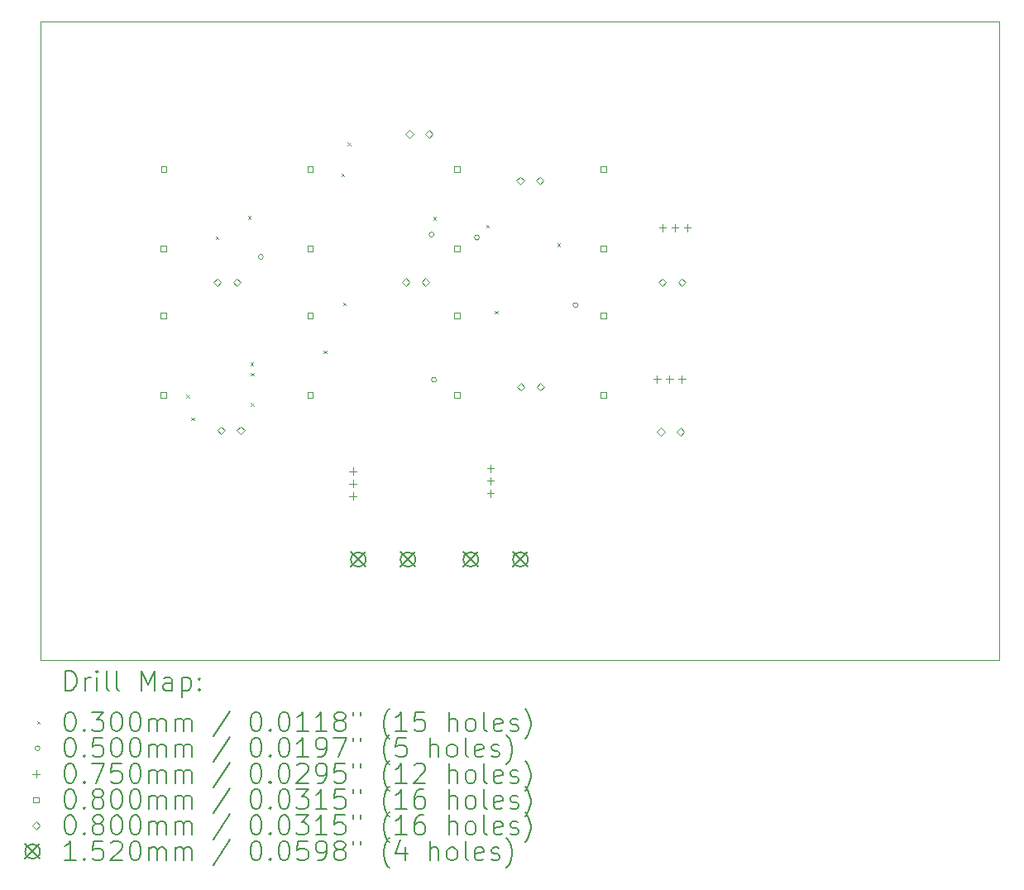
<source format=gbr>
%TF.GenerationSoftware,KiCad,Pcbnew,8.0.8*%
%TF.CreationDate,2025-08-26T11:44:20+12:00*%
%TF.ProjectId,esfgrid_ckt_Multi,65736667-7269-4645-9f63-6b745f4d756c,rev?*%
%TF.SameCoordinates,Original*%
%TF.FileFunction,Drillmap*%
%TF.FilePolarity,Positive*%
%FSLAX45Y45*%
G04 Gerber Fmt 4.5, Leading zero omitted, Abs format (unit mm)*
G04 Created by KiCad (PCBNEW 8.0.8) date 2025-08-26 11:44:20*
%MOMM*%
%LPD*%
G01*
G04 APERTURE LIST*
%ADD10C,0.050000*%
%ADD11C,0.200000*%
%ADD12C,0.100000*%
%ADD13C,0.152000*%
G04 APERTURE END LIST*
D10*
X16212296Y-4264999D02*
X26029296Y-4264999D01*
X26029296Y-10800000D01*
X16212296Y-10800000D01*
X16212296Y-4264999D01*
D11*
D12*
X17708760Y-8088000D02*
X17738760Y-8118000D01*
X17738760Y-8088000D02*
X17708760Y-8118000D01*
X17758760Y-8322000D02*
X17788760Y-8352000D01*
X17788760Y-8322000D02*
X17758760Y-8352000D01*
X18007260Y-6467000D02*
X18037260Y-6497000D01*
X18037260Y-6467000D02*
X18007260Y-6497000D01*
X18338760Y-6259000D02*
X18368760Y-6289000D01*
X18368760Y-6259000D02*
X18338760Y-6289000D01*
X18362760Y-7756000D02*
X18392760Y-7786000D01*
X18392760Y-7756000D02*
X18362760Y-7786000D01*
X18369760Y-7863000D02*
X18399760Y-7893000D01*
X18399760Y-7863000D02*
X18369760Y-7893000D01*
X18369760Y-8174000D02*
X18399760Y-8204000D01*
X18399760Y-8174000D02*
X18369760Y-8204000D01*
X19113760Y-7636000D02*
X19143760Y-7666000D01*
X19143760Y-7636000D02*
X19113760Y-7666000D01*
X19294760Y-5822000D02*
X19324760Y-5852000D01*
X19324760Y-5822000D02*
X19294760Y-5852000D01*
X19313760Y-7142000D02*
X19343760Y-7172000D01*
X19343760Y-7142000D02*
X19313760Y-7172000D01*
X19359760Y-5507000D02*
X19389760Y-5537000D01*
X19389760Y-5507000D02*
X19359760Y-5537000D01*
X20233510Y-6266750D02*
X20263510Y-6296750D01*
X20263510Y-6266750D02*
X20233510Y-6296750D01*
X20774760Y-6346000D02*
X20804760Y-6376000D01*
X20804760Y-6346000D02*
X20774760Y-6376000D01*
X20865760Y-7230000D02*
X20895760Y-7260000D01*
X20895760Y-7230000D02*
X20865760Y-7260000D01*
X21504760Y-6536000D02*
X21534760Y-6566000D01*
X21534760Y-6536000D02*
X21504760Y-6566000D01*
X18495760Y-6676000D02*
G75*
G02*
X18445760Y-6676000I-25000J0D01*
G01*
X18445760Y-6676000D02*
G75*
G02*
X18495760Y-6676000I25000J0D01*
G01*
X20241760Y-6448000D02*
G75*
G02*
X20191760Y-6448000I-25000J0D01*
G01*
X20191760Y-6448000D02*
G75*
G02*
X20241760Y-6448000I25000J0D01*
G01*
X20267760Y-7934000D02*
G75*
G02*
X20217760Y-7934000I-25000J0D01*
G01*
X20217760Y-7934000D02*
G75*
G02*
X20267760Y-7934000I25000J0D01*
G01*
X20705760Y-6478000D02*
G75*
G02*
X20655760Y-6478000I-25000J0D01*
G01*
X20655760Y-6478000D02*
G75*
G02*
X20705760Y-6478000I25000J0D01*
G01*
X21716760Y-7170000D02*
G75*
G02*
X21666760Y-7170000I-25000J0D01*
G01*
X21666760Y-7170000D02*
G75*
G02*
X21716760Y-7170000I25000J0D01*
G01*
X19413760Y-8834500D02*
X19413760Y-8909500D01*
X19376260Y-8872000D02*
X19451260Y-8872000D01*
X19413760Y-8961500D02*
X19413760Y-9036500D01*
X19376260Y-8999000D02*
X19451260Y-8999000D01*
X19413760Y-9088500D02*
X19413760Y-9163500D01*
X19376260Y-9126000D02*
X19451260Y-9126000D01*
X20820760Y-8805500D02*
X20820760Y-8880500D01*
X20783260Y-8843000D02*
X20858260Y-8843000D01*
X20820760Y-8932500D02*
X20820760Y-9007500D01*
X20783260Y-8970000D02*
X20858260Y-8970000D01*
X20820760Y-9059500D02*
X20820760Y-9134500D01*
X20783260Y-9097000D02*
X20858260Y-9097000D01*
X22524760Y-7891375D02*
X22524760Y-7966375D01*
X22487260Y-7928875D02*
X22562260Y-7928875D01*
X22582760Y-6340250D02*
X22582760Y-6415250D01*
X22545260Y-6377750D02*
X22620260Y-6377750D01*
X22651760Y-7891375D02*
X22651760Y-7966375D01*
X22614260Y-7928875D02*
X22689260Y-7928875D01*
X22709760Y-6340250D02*
X22709760Y-6415250D01*
X22672260Y-6377750D02*
X22747260Y-6377750D01*
X22778760Y-7891375D02*
X22778760Y-7966375D01*
X22741260Y-7928875D02*
X22816260Y-7928875D01*
X22836760Y-6340250D02*
X22836760Y-6415250D01*
X22799260Y-6377750D02*
X22874260Y-6377750D01*
X17503876Y-6619653D02*
X17503876Y-6563084D01*
X17447307Y-6563084D01*
X17447307Y-6619653D01*
X17503876Y-6619653D01*
X17503876Y-7304839D02*
X17503876Y-7248270D01*
X17447307Y-7248270D01*
X17447307Y-7304839D01*
X17503876Y-7304839D01*
X17503876Y-8119653D02*
X17503876Y-8063084D01*
X17447307Y-8063084D01*
X17447307Y-8119653D01*
X17503876Y-8119653D01*
X17504045Y-5805470D02*
X17504045Y-5748901D01*
X17447476Y-5748901D01*
X17447476Y-5805470D01*
X17504045Y-5805470D01*
X19003876Y-5804839D02*
X19003876Y-5748270D01*
X18947307Y-5748270D01*
X18947307Y-5804839D01*
X19003876Y-5804839D01*
X19003876Y-6619653D02*
X19003876Y-6563084D01*
X18947307Y-6563084D01*
X18947307Y-6619653D01*
X19003876Y-6619653D01*
X19003876Y-7304839D02*
X19003876Y-7248270D01*
X18947307Y-7248270D01*
X18947307Y-7304839D01*
X19003876Y-7304839D01*
X19003876Y-8119653D02*
X19003876Y-8063084D01*
X18947307Y-8063084D01*
X18947307Y-8119653D01*
X19003876Y-8119653D01*
X20503876Y-5804839D02*
X20503876Y-5748270D01*
X20447307Y-5748270D01*
X20447307Y-5804839D01*
X20503876Y-5804839D01*
X20503876Y-6619653D02*
X20503876Y-6563084D01*
X20447307Y-6563084D01*
X20447307Y-6619653D01*
X20503876Y-6619653D01*
X20503876Y-7304839D02*
X20503876Y-7248270D01*
X20447307Y-7248270D01*
X20447307Y-7304839D01*
X20503876Y-7304839D01*
X20503876Y-8119653D02*
X20503876Y-8063084D01*
X20447307Y-8063084D01*
X20447307Y-8119653D01*
X20503876Y-8119653D01*
X22003876Y-5804839D02*
X22003876Y-5748270D01*
X21947307Y-5748270D01*
X21947307Y-5804839D01*
X22003876Y-5804839D01*
X22003876Y-6619653D02*
X22003876Y-6563084D01*
X21947307Y-6563084D01*
X21947307Y-6619653D01*
X22003876Y-6619653D01*
X22003876Y-7304839D02*
X22003876Y-7248270D01*
X21947307Y-7248270D01*
X21947307Y-7304839D01*
X22003876Y-7304839D01*
X22003876Y-8119653D02*
X22003876Y-8063084D01*
X21947307Y-8063084D01*
X21947307Y-8119653D01*
X22003876Y-8119653D01*
X18024760Y-6978000D02*
X18064760Y-6938000D01*
X18024760Y-6898000D01*
X17984760Y-6938000D01*
X18024760Y-6978000D01*
X18064760Y-8493000D02*
X18104760Y-8453000D01*
X18064760Y-8413000D01*
X18024760Y-8453000D01*
X18064760Y-8493000D01*
X18224760Y-6978000D02*
X18264760Y-6938000D01*
X18224760Y-6898000D01*
X18184760Y-6938000D01*
X18224760Y-6978000D01*
X18264760Y-8493000D02*
X18304760Y-8453000D01*
X18264760Y-8413000D01*
X18224760Y-8453000D01*
X18264760Y-8493000D01*
X19955760Y-6973000D02*
X19995760Y-6933000D01*
X19955760Y-6893000D01*
X19915760Y-6933000D01*
X19955760Y-6973000D01*
X19992760Y-5458000D02*
X20032760Y-5418000D01*
X19992760Y-5378000D01*
X19952760Y-5418000D01*
X19992760Y-5458000D01*
X20155760Y-6973000D02*
X20195760Y-6933000D01*
X20155760Y-6893000D01*
X20115760Y-6933000D01*
X20155760Y-6973000D01*
X20192760Y-5458000D02*
X20232760Y-5418000D01*
X20192760Y-5378000D01*
X20152760Y-5418000D01*
X20192760Y-5458000D01*
X21125760Y-5936000D02*
X21165760Y-5896000D01*
X21125760Y-5856000D01*
X21085760Y-5896000D01*
X21125760Y-5936000D01*
X21131760Y-8046000D02*
X21171760Y-8006000D01*
X21131760Y-7966000D01*
X21091760Y-8006000D01*
X21131760Y-8046000D01*
X21325760Y-5936000D02*
X21365760Y-5896000D01*
X21325760Y-5856000D01*
X21285760Y-5896000D01*
X21325760Y-5936000D01*
X21331760Y-8046000D02*
X21371760Y-8006000D01*
X21331760Y-7966000D01*
X21291760Y-8006000D01*
X21331760Y-8046000D01*
X22564760Y-8506000D02*
X22604760Y-8466000D01*
X22564760Y-8426000D01*
X22524760Y-8466000D01*
X22564760Y-8506000D01*
X22579760Y-6978000D02*
X22619760Y-6938000D01*
X22579760Y-6898000D01*
X22539760Y-6938000D01*
X22579760Y-6978000D01*
X22764760Y-8506000D02*
X22804760Y-8466000D01*
X22764760Y-8426000D01*
X22724760Y-8466000D01*
X22764760Y-8506000D01*
X22779760Y-6978000D02*
X22819760Y-6938000D01*
X22779760Y-6898000D01*
X22739760Y-6938000D01*
X22779760Y-6978000D01*
D13*
X19392760Y-9698000D02*
X19544760Y-9850000D01*
X19544760Y-9698000D02*
X19392760Y-9850000D01*
X19544760Y-9774000D02*
G75*
G02*
X19392760Y-9774000I-76000J0D01*
G01*
X19392760Y-9774000D02*
G75*
G02*
X19544760Y-9774000I76000J0D01*
G01*
X19900760Y-9698000D02*
X20052760Y-9850000D01*
X20052760Y-9698000D02*
X19900760Y-9850000D01*
X20052760Y-9774000D02*
G75*
G02*
X19900760Y-9774000I-76000J0D01*
G01*
X19900760Y-9774000D02*
G75*
G02*
X20052760Y-9774000I76000J0D01*
G01*
X20543760Y-9697000D02*
X20695760Y-9849000D01*
X20695760Y-9697000D02*
X20543760Y-9849000D01*
X20695760Y-9773000D02*
G75*
G02*
X20543760Y-9773000I-76000J0D01*
G01*
X20543760Y-9773000D02*
G75*
G02*
X20695760Y-9773000I76000J0D01*
G01*
X21051760Y-9697000D02*
X21203760Y-9849000D01*
X21203760Y-9697000D02*
X21051760Y-9849000D01*
X21203760Y-9773000D02*
G75*
G02*
X21051760Y-9773000I-76000J0D01*
G01*
X21051760Y-9773000D02*
G75*
G02*
X21203760Y-9773000I76000J0D01*
G01*
D11*
X16470573Y-11113984D02*
X16470573Y-10913984D01*
X16470573Y-10913984D02*
X16518192Y-10913984D01*
X16518192Y-10913984D02*
X16546763Y-10923508D01*
X16546763Y-10923508D02*
X16565811Y-10942555D01*
X16565811Y-10942555D02*
X16575335Y-10961603D01*
X16575335Y-10961603D02*
X16584858Y-10999698D01*
X16584858Y-10999698D02*
X16584858Y-11028270D01*
X16584858Y-11028270D02*
X16575335Y-11066365D01*
X16575335Y-11066365D02*
X16565811Y-11085412D01*
X16565811Y-11085412D02*
X16546763Y-11104460D01*
X16546763Y-11104460D02*
X16518192Y-11113984D01*
X16518192Y-11113984D02*
X16470573Y-11113984D01*
X16670573Y-11113984D02*
X16670573Y-10980650D01*
X16670573Y-11018746D02*
X16680097Y-10999698D01*
X16680097Y-10999698D02*
X16689620Y-10990174D01*
X16689620Y-10990174D02*
X16708668Y-10980650D01*
X16708668Y-10980650D02*
X16727716Y-10980650D01*
X16794382Y-11113984D02*
X16794382Y-10980650D01*
X16794382Y-10913984D02*
X16784859Y-10923508D01*
X16784859Y-10923508D02*
X16794382Y-10933031D01*
X16794382Y-10933031D02*
X16803906Y-10923508D01*
X16803906Y-10923508D02*
X16794382Y-10913984D01*
X16794382Y-10913984D02*
X16794382Y-10933031D01*
X16918192Y-11113984D02*
X16899144Y-11104460D01*
X16899144Y-11104460D02*
X16889620Y-11085412D01*
X16889620Y-11085412D02*
X16889620Y-10913984D01*
X17022954Y-11113984D02*
X17003906Y-11104460D01*
X17003906Y-11104460D02*
X16994382Y-11085412D01*
X16994382Y-11085412D02*
X16994382Y-10913984D01*
X17251525Y-11113984D02*
X17251525Y-10913984D01*
X17251525Y-10913984D02*
X17318192Y-11056841D01*
X17318192Y-11056841D02*
X17384859Y-10913984D01*
X17384859Y-10913984D02*
X17384859Y-11113984D01*
X17565811Y-11113984D02*
X17565811Y-11009222D01*
X17565811Y-11009222D02*
X17556287Y-10990174D01*
X17556287Y-10990174D02*
X17537240Y-10980650D01*
X17537240Y-10980650D02*
X17499144Y-10980650D01*
X17499144Y-10980650D02*
X17480097Y-10990174D01*
X17565811Y-11104460D02*
X17546763Y-11113984D01*
X17546763Y-11113984D02*
X17499144Y-11113984D01*
X17499144Y-11113984D02*
X17480097Y-11104460D01*
X17480097Y-11104460D02*
X17470573Y-11085412D01*
X17470573Y-11085412D02*
X17470573Y-11066365D01*
X17470573Y-11066365D02*
X17480097Y-11047317D01*
X17480097Y-11047317D02*
X17499144Y-11037793D01*
X17499144Y-11037793D02*
X17546763Y-11037793D01*
X17546763Y-11037793D02*
X17565811Y-11028270D01*
X17661049Y-10980650D02*
X17661049Y-11180650D01*
X17661049Y-10990174D02*
X17680097Y-10980650D01*
X17680097Y-10980650D02*
X17718192Y-10980650D01*
X17718192Y-10980650D02*
X17737240Y-10990174D01*
X17737240Y-10990174D02*
X17746763Y-10999698D01*
X17746763Y-10999698D02*
X17756287Y-11018746D01*
X17756287Y-11018746D02*
X17756287Y-11075889D01*
X17756287Y-11075889D02*
X17746763Y-11094936D01*
X17746763Y-11094936D02*
X17737240Y-11104460D01*
X17737240Y-11104460D02*
X17718192Y-11113984D01*
X17718192Y-11113984D02*
X17680097Y-11113984D01*
X17680097Y-11113984D02*
X17661049Y-11104460D01*
X17842001Y-11094936D02*
X17851525Y-11104460D01*
X17851525Y-11104460D02*
X17842001Y-11113984D01*
X17842001Y-11113984D02*
X17832478Y-11104460D01*
X17832478Y-11104460D02*
X17842001Y-11094936D01*
X17842001Y-11094936D02*
X17842001Y-11113984D01*
X17842001Y-10990174D02*
X17851525Y-10999698D01*
X17851525Y-10999698D02*
X17842001Y-11009222D01*
X17842001Y-11009222D02*
X17832478Y-10999698D01*
X17832478Y-10999698D02*
X17842001Y-10990174D01*
X17842001Y-10990174D02*
X17842001Y-11009222D01*
D12*
X16179796Y-11427500D02*
X16209796Y-11457500D01*
X16209796Y-11427500D02*
X16179796Y-11457500D01*
D11*
X16508668Y-11333984D02*
X16527716Y-11333984D01*
X16527716Y-11333984D02*
X16546763Y-11343508D01*
X16546763Y-11343508D02*
X16556287Y-11353031D01*
X16556287Y-11353031D02*
X16565811Y-11372079D01*
X16565811Y-11372079D02*
X16575335Y-11410174D01*
X16575335Y-11410174D02*
X16575335Y-11457793D01*
X16575335Y-11457793D02*
X16565811Y-11495888D01*
X16565811Y-11495888D02*
X16556287Y-11514936D01*
X16556287Y-11514936D02*
X16546763Y-11524460D01*
X16546763Y-11524460D02*
X16527716Y-11533984D01*
X16527716Y-11533984D02*
X16508668Y-11533984D01*
X16508668Y-11533984D02*
X16489620Y-11524460D01*
X16489620Y-11524460D02*
X16480097Y-11514936D01*
X16480097Y-11514936D02*
X16470573Y-11495888D01*
X16470573Y-11495888D02*
X16461049Y-11457793D01*
X16461049Y-11457793D02*
X16461049Y-11410174D01*
X16461049Y-11410174D02*
X16470573Y-11372079D01*
X16470573Y-11372079D02*
X16480097Y-11353031D01*
X16480097Y-11353031D02*
X16489620Y-11343508D01*
X16489620Y-11343508D02*
X16508668Y-11333984D01*
X16661049Y-11514936D02*
X16670573Y-11524460D01*
X16670573Y-11524460D02*
X16661049Y-11533984D01*
X16661049Y-11533984D02*
X16651525Y-11524460D01*
X16651525Y-11524460D02*
X16661049Y-11514936D01*
X16661049Y-11514936D02*
X16661049Y-11533984D01*
X16737239Y-11333984D02*
X16861049Y-11333984D01*
X16861049Y-11333984D02*
X16794382Y-11410174D01*
X16794382Y-11410174D02*
X16822954Y-11410174D01*
X16822954Y-11410174D02*
X16842001Y-11419698D01*
X16842001Y-11419698D02*
X16851525Y-11429222D01*
X16851525Y-11429222D02*
X16861049Y-11448269D01*
X16861049Y-11448269D02*
X16861049Y-11495888D01*
X16861049Y-11495888D02*
X16851525Y-11514936D01*
X16851525Y-11514936D02*
X16842001Y-11524460D01*
X16842001Y-11524460D02*
X16822954Y-11533984D01*
X16822954Y-11533984D02*
X16765811Y-11533984D01*
X16765811Y-11533984D02*
X16746763Y-11524460D01*
X16746763Y-11524460D02*
X16737239Y-11514936D01*
X16984859Y-11333984D02*
X17003906Y-11333984D01*
X17003906Y-11333984D02*
X17022954Y-11343508D01*
X17022954Y-11343508D02*
X17032478Y-11353031D01*
X17032478Y-11353031D02*
X17042001Y-11372079D01*
X17042001Y-11372079D02*
X17051525Y-11410174D01*
X17051525Y-11410174D02*
X17051525Y-11457793D01*
X17051525Y-11457793D02*
X17042001Y-11495888D01*
X17042001Y-11495888D02*
X17032478Y-11514936D01*
X17032478Y-11514936D02*
X17022954Y-11524460D01*
X17022954Y-11524460D02*
X17003906Y-11533984D01*
X17003906Y-11533984D02*
X16984859Y-11533984D01*
X16984859Y-11533984D02*
X16965811Y-11524460D01*
X16965811Y-11524460D02*
X16956287Y-11514936D01*
X16956287Y-11514936D02*
X16946763Y-11495888D01*
X16946763Y-11495888D02*
X16937240Y-11457793D01*
X16937240Y-11457793D02*
X16937240Y-11410174D01*
X16937240Y-11410174D02*
X16946763Y-11372079D01*
X16946763Y-11372079D02*
X16956287Y-11353031D01*
X16956287Y-11353031D02*
X16965811Y-11343508D01*
X16965811Y-11343508D02*
X16984859Y-11333984D01*
X17175335Y-11333984D02*
X17194382Y-11333984D01*
X17194382Y-11333984D02*
X17213430Y-11343508D01*
X17213430Y-11343508D02*
X17222954Y-11353031D01*
X17222954Y-11353031D02*
X17232478Y-11372079D01*
X17232478Y-11372079D02*
X17242001Y-11410174D01*
X17242001Y-11410174D02*
X17242001Y-11457793D01*
X17242001Y-11457793D02*
X17232478Y-11495888D01*
X17232478Y-11495888D02*
X17222954Y-11514936D01*
X17222954Y-11514936D02*
X17213430Y-11524460D01*
X17213430Y-11524460D02*
X17194382Y-11533984D01*
X17194382Y-11533984D02*
X17175335Y-11533984D01*
X17175335Y-11533984D02*
X17156287Y-11524460D01*
X17156287Y-11524460D02*
X17146763Y-11514936D01*
X17146763Y-11514936D02*
X17137240Y-11495888D01*
X17137240Y-11495888D02*
X17127716Y-11457793D01*
X17127716Y-11457793D02*
X17127716Y-11410174D01*
X17127716Y-11410174D02*
X17137240Y-11372079D01*
X17137240Y-11372079D02*
X17146763Y-11353031D01*
X17146763Y-11353031D02*
X17156287Y-11343508D01*
X17156287Y-11343508D02*
X17175335Y-11333984D01*
X17327716Y-11533984D02*
X17327716Y-11400650D01*
X17327716Y-11419698D02*
X17337240Y-11410174D01*
X17337240Y-11410174D02*
X17356287Y-11400650D01*
X17356287Y-11400650D02*
X17384859Y-11400650D01*
X17384859Y-11400650D02*
X17403906Y-11410174D01*
X17403906Y-11410174D02*
X17413430Y-11429222D01*
X17413430Y-11429222D02*
X17413430Y-11533984D01*
X17413430Y-11429222D02*
X17422954Y-11410174D01*
X17422954Y-11410174D02*
X17442001Y-11400650D01*
X17442001Y-11400650D02*
X17470573Y-11400650D01*
X17470573Y-11400650D02*
X17489621Y-11410174D01*
X17489621Y-11410174D02*
X17499144Y-11429222D01*
X17499144Y-11429222D02*
X17499144Y-11533984D01*
X17594382Y-11533984D02*
X17594382Y-11400650D01*
X17594382Y-11419698D02*
X17603906Y-11410174D01*
X17603906Y-11410174D02*
X17622954Y-11400650D01*
X17622954Y-11400650D02*
X17651525Y-11400650D01*
X17651525Y-11400650D02*
X17670573Y-11410174D01*
X17670573Y-11410174D02*
X17680097Y-11429222D01*
X17680097Y-11429222D02*
X17680097Y-11533984D01*
X17680097Y-11429222D02*
X17689621Y-11410174D01*
X17689621Y-11410174D02*
X17708668Y-11400650D01*
X17708668Y-11400650D02*
X17737240Y-11400650D01*
X17737240Y-11400650D02*
X17756287Y-11410174D01*
X17756287Y-11410174D02*
X17765811Y-11429222D01*
X17765811Y-11429222D02*
X17765811Y-11533984D01*
X18156287Y-11324460D02*
X17984859Y-11581603D01*
X18413430Y-11333984D02*
X18432478Y-11333984D01*
X18432478Y-11333984D02*
X18451525Y-11343508D01*
X18451525Y-11343508D02*
X18461049Y-11353031D01*
X18461049Y-11353031D02*
X18470573Y-11372079D01*
X18470573Y-11372079D02*
X18480097Y-11410174D01*
X18480097Y-11410174D02*
X18480097Y-11457793D01*
X18480097Y-11457793D02*
X18470573Y-11495888D01*
X18470573Y-11495888D02*
X18461049Y-11514936D01*
X18461049Y-11514936D02*
X18451525Y-11524460D01*
X18451525Y-11524460D02*
X18432478Y-11533984D01*
X18432478Y-11533984D02*
X18413430Y-11533984D01*
X18413430Y-11533984D02*
X18394383Y-11524460D01*
X18394383Y-11524460D02*
X18384859Y-11514936D01*
X18384859Y-11514936D02*
X18375335Y-11495888D01*
X18375335Y-11495888D02*
X18365811Y-11457793D01*
X18365811Y-11457793D02*
X18365811Y-11410174D01*
X18365811Y-11410174D02*
X18375335Y-11372079D01*
X18375335Y-11372079D02*
X18384859Y-11353031D01*
X18384859Y-11353031D02*
X18394383Y-11343508D01*
X18394383Y-11343508D02*
X18413430Y-11333984D01*
X18565811Y-11514936D02*
X18575335Y-11524460D01*
X18575335Y-11524460D02*
X18565811Y-11533984D01*
X18565811Y-11533984D02*
X18556287Y-11524460D01*
X18556287Y-11524460D02*
X18565811Y-11514936D01*
X18565811Y-11514936D02*
X18565811Y-11533984D01*
X18699144Y-11333984D02*
X18718192Y-11333984D01*
X18718192Y-11333984D02*
X18737240Y-11343508D01*
X18737240Y-11343508D02*
X18746764Y-11353031D01*
X18746764Y-11353031D02*
X18756287Y-11372079D01*
X18756287Y-11372079D02*
X18765811Y-11410174D01*
X18765811Y-11410174D02*
X18765811Y-11457793D01*
X18765811Y-11457793D02*
X18756287Y-11495888D01*
X18756287Y-11495888D02*
X18746764Y-11514936D01*
X18746764Y-11514936D02*
X18737240Y-11524460D01*
X18737240Y-11524460D02*
X18718192Y-11533984D01*
X18718192Y-11533984D02*
X18699144Y-11533984D01*
X18699144Y-11533984D02*
X18680097Y-11524460D01*
X18680097Y-11524460D02*
X18670573Y-11514936D01*
X18670573Y-11514936D02*
X18661049Y-11495888D01*
X18661049Y-11495888D02*
X18651525Y-11457793D01*
X18651525Y-11457793D02*
X18651525Y-11410174D01*
X18651525Y-11410174D02*
X18661049Y-11372079D01*
X18661049Y-11372079D02*
X18670573Y-11353031D01*
X18670573Y-11353031D02*
X18680097Y-11343508D01*
X18680097Y-11343508D02*
X18699144Y-11333984D01*
X18956287Y-11533984D02*
X18842002Y-11533984D01*
X18899144Y-11533984D02*
X18899144Y-11333984D01*
X18899144Y-11333984D02*
X18880097Y-11362555D01*
X18880097Y-11362555D02*
X18861049Y-11381603D01*
X18861049Y-11381603D02*
X18842002Y-11391127D01*
X19146764Y-11533984D02*
X19032478Y-11533984D01*
X19089621Y-11533984D02*
X19089621Y-11333984D01*
X19089621Y-11333984D02*
X19070573Y-11362555D01*
X19070573Y-11362555D02*
X19051525Y-11381603D01*
X19051525Y-11381603D02*
X19032478Y-11391127D01*
X19261049Y-11419698D02*
X19242002Y-11410174D01*
X19242002Y-11410174D02*
X19232478Y-11400650D01*
X19232478Y-11400650D02*
X19222954Y-11381603D01*
X19222954Y-11381603D02*
X19222954Y-11372079D01*
X19222954Y-11372079D02*
X19232478Y-11353031D01*
X19232478Y-11353031D02*
X19242002Y-11343508D01*
X19242002Y-11343508D02*
X19261049Y-11333984D01*
X19261049Y-11333984D02*
X19299145Y-11333984D01*
X19299145Y-11333984D02*
X19318192Y-11343508D01*
X19318192Y-11343508D02*
X19327716Y-11353031D01*
X19327716Y-11353031D02*
X19337240Y-11372079D01*
X19337240Y-11372079D02*
X19337240Y-11381603D01*
X19337240Y-11381603D02*
X19327716Y-11400650D01*
X19327716Y-11400650D02*
X19318192Y-11410174D01*
X19318192Y-11410174D02*
X19299145Y-11419698D01*
X19299145Y-11419698D02*
X19261049Y-11419698D01*
X19261049Y-11419698D02*
X19242002Y-11429222D01*
X19242002Y-11429222D02*
X19232478Y-11438746D01*
X19232478Y-11438746D02*
X19222954Y-11457793D01*
X19222954Y-11457793D02*
X19222954Y-11495888D01*
X19222954Y-11495888D02*
X19232478Y-11514936D01*
X19232478Y-11514936D02*
X19242002Y-11524460D01*
X19242002Y-11524460D02*
X19261049Y-11533984D01*
X19261049Y-11533984D02*
X19299145Y-11533984D01*
X19299145Y-11533984D02*
X19318192Y-11524460D01*
X19318192Y-11524460D02*
X19327716Y-11514936D01*
X19327716Y-11514936D02*
X19337240Y-11495888D01*
X19337240Y-11495888D02*
X19337240Y-11457793D01*
X19337240Y-11457793D02*
X19327716Y-11438746D01*
X19327716Y-11438746D02*
X19318192Y-11429222D01*
X19318192Y-11429222D02*
X19299145Y-11419698D01*
X19413430Y-11333984D02*
X19413430Y-11372079D01*
X19489621Y-11333984D02*
X19489621Y-11372079D01*
X19784859Y-11610174D02*
X19775335Y-11600650D01*
X19775335Y-11600650D02*
X19756287Y-11572079D01*
X19756287Y-11572079D02*
X19746764Y-11553031D01*
X19746764Y-11553031D02*
X19737240Y-11524460D01*
X19737240Y-11524460D02*
X19727716Y-11476841D01*
X19727716Y-11476841D02*
X19727716Y-11438746D01*
X19727716Y-11438746D02*
X19737240Y-11391127D01*
X19737240Y-11391127D02*
X19746764Y-11362555D01*
X19746764Y-11362555D02*
X19756287Y-11343508D01*
X19756287Y-11343508D02*
X19775335Y-11314936D01*
X19775335Y-11314936D02*
X19784859Y-11305412D01*
X19965811Y-11533984D02*
X19851526Y-11533984D01*
X19908668Y-11533984D02*
X19908668Y-11333984D01*
X19908668Y-11333984D02*
X19889621Y-11362555D01*
X19889621Y-11362555D02*
X19870573Y-11381603D01*
X19870573Y-11381603D02*
X19851526Y-11391127D01*
X20146764Y-11333984D02*
X20051526Y-11333984D01*
X20051526Y-11333984D02*
X20042002Y-11429222D01*
X20042002Y-11429222D02*
X20051526Y-11419698D01*
X20051526Y-11419698D02*
X20070573Y-11410174D01*
X20070573Y-11410174D02*
X20118192Y-11410174D01*
X20118192Y-11410174D02*
X20137240Y-11419698D01*
X20137240Y-11419698D02*
X20146764Y-11429222D01*
X20146764Y-11429222D02*
X20156287Y-11448269D01*
X20156287Y-11448269D02*
X20156287Y-11495888D01*
X20156287Y-11495888D02*
X20146764Y-11514936D01*
X20146764Y-11514936D02*
X20137240Y-11524460D01*
X20137240Y-11524460D02*
X20118192Y-11533984D01*
X20118192Y-11533984D02*
X20070573Y-11533984D01*
X20070573Y-11533984D02*
X20051526Y-11524460D01*
X20051526Y-11524460D02*
X20042002Y-11514936D01*
X20394383Y-11533984D02*
X20394383Y-11333984D01*
X20480097Y-11533984D02*
X20480097Y-11429222D01*
X20480097Y-11429222D02*
X20470573Y-11410174D01*
X20470573Y-11410174D02*
X20451526Y-11400650D01*
X20451526Y-11400650D02*
X20422954Y-11400650D01*
X20422954Y-11400650D02*
X20403907Y-11410174D01*
X20403907Y-11410174D02*
X20394383Y-11419698D01*
X20603907Y-11533984D02*
X20584859Y-11524460D01*
X20584859Y-11524460D02*
X20575335Y-11514936D01*
X20575335Y-11514936D02*
X20565811Y-11495888D01*
X20565811Y-11495888D02*
X20565811Y-11438746D01*
X20565811Y-11438746D02*
X20575335Y-11419698D01*
X20575335Y-11419698D02*
X20584859Y-11410174D01*
X20584859Y-11410174D02*
X20603907Y-11400650D01*
X20603907Y-11400650D02*
X20632478Y-11400650D01*
X20632478Y-11400650D02*
X20651526Y-11410174D01*
X20651526Y-11410174D02*
X20661049Y-11419698D01*
X20661049Y-11419698D02*
X20670573Y-11438746D01*
X20670573Y-11438746D02*
X20670573Y-11495888D01*
X20670573Y-11495888D02*
X20661049Y-11514936D01*
X20661049Y-11514936D02*
X20651526Y-11524460D01*
X20651526Y-11524460D02*
X20632478Y-11533984D01*
X20632478Y-11533984D02*
X20603907Y-11533984D01*
X20784859Y-11533984D02*
X20765811Y-11524460D01*
X20765811Y-11524460D02*
X20756288Y-11505412D01*
X20756288Y-11505412D02*
X20756288Y-11333984D01*
X20937240Y-11524460D02*
X20918192Y-11533984D01*
X20918192Y-11533984D02*
X20880097Y-11533984D01*
X20880097Y-11533984D02*
X20861049Y-11524460D01*
X20861049Y-11524460D02*
X20851526Y-11505412D01*
X20851526Y-11505412D02*
X20851526Y-11429222D01*
X20851526Y-11429222D02*
X20861049Y-11410174D01*
X20861049Y-11410174D02*
X20880097Y-11400650D01*
X20880097Y-11400650D02*
X20918192Y-11400650D01*
X20918192Y-11400650D02*
X20937240Y-11410174D01*
X20937240Y-11410174D02*
X20946764Y-11429222D01*
X20946764Y-11429222D02*
X20946764Y-11448269D01*
X20946764Y-11448269D02*
X20851526Y-11467317D01*
X21022954Y-11524460D02*
X21042002Y-11533984D01*
X21042002Y-11533984D02*
X21080097Y-11533984D01*
X21080097Y-11533984D02*
X21099145Y-11524460D01*
X21099145Y-11524460D02*
X21108669Y-11505412D01*
X21108669Y-11505412D02*
X21108669Y-11495888D01*
X21108669Y-11495888D02*
X21099145Y-11476841D01*
X21099145Y-11476841D02*
X21080097Y-11467317D01*
X21080097Y-11467317D02*
X21051526Y-11467317D01*
X21051526Y-11467317D02*
X21032478Y-11457793D01*
X21032478Y-11457793D02*
X21022954Y-11438746D01*
X21022954Y-11438746D02*
X21022954Y-11429222D01*
X21022954Y-11429222D02*
X21032478Y-11410174D01*
X21032478Y-11410174D02*
X21051526Y-11400650D01*
X21051526Y-11400650D02*
X21080097Y-11400650D01*
X21080097Y-11400650D02*
X21099145Y-11410174D01*
X21175335Y-11610174D02*
X21184859Y-11600650D01*
X21184859Y-11600650D02*
X21203907Y-11572079D01*
X21203907Y-11572079D02*
X21213430Y-11553031D01*
X21213430Y-11553031D02*
X21222954Y-11524460D01*
X21222954Y-11524460D02*
X21232478Y-11476841D01*
X21232478Y-11476841D02*
X21232478Y-11438746D01*
X21232478Y-11438746D02*
X21222954Y-11391127D01*
X21222954Y-11391127D02*
X21213430Y-11362555D01*
X21213430Y-11362555D02*
X21203907Y-11343508D01*
X21203907Y-11343508D02*
X21184859Y-11314936D01*
X21184859Y-11314936D02*
X21175335Y-11305412D01*
D12*
X16209796Y-11706500D02*
G75*
G02*
X16159796Y-11706500I-25000J0D01*
G01*
X16159796Y-11706500D02*
G75*
G02*
X16209796Y-11706500I25000J0D01*
G01*
D11*
X16508668Y-11597984D02*
X16527716Y-11597984D01*
X16527716Y-11597984D02*
X16546763Y-11607508D01*
X16546763Y-11607508D02*
X16556287Y-11617031D01*
X16556287Y-11617031D02*
X16565811Y-11636079D01*
X16565811Y-11636079D02*
X16575335Y-11674174D01*
X16575335Y-11674174D02*
X16575335Y-11721793D01*
X16575335Y-11721793D02*
X16565811Y-11759888D01*
X16565811Y-11759888D02*
X16556287Y-11778936D01*
X16556287Y-11778936D02*
X16546763Y-11788460D01*
X16546763Y-11788460D02*
X16527716Y-11797984D01*
X16527716Y-11797984D02*
X16508668Y-11797984D01*
X16508668Y-11797984D02*
X16489620Y-11788460D01*
X16489620Y-11788460D02*
X16480097Y-11778936D01*
X16480097Y-11778936D02*
X16470573Y-11759888D01*
X16470573Y-11759888D02*
X16461049Y-11721793D01*
X16461049Y-11721793D02*
X16461049Y-11674174D01*
X16461049Y-11674174D02*
X16470573Y-11636079D01*
X16470573Y-11636079D02*
X16480097Y-11617031D01*
X16480097Y-11617031D02*
X16489620Y-11607508D01*
X16489620Y-11607508D02*
X16508668Y-11597984D01*
X16661049Y-11778936D02*
X16670573Y-11788460D01*
X16670573Y-11788460D02*
X16661049Y-11797984D01*
X16661049Y-11797984D02*
X16651525Y-11788460D01*
X16651525Y-11788460D02*
X16661049Y-11778936D01*
X16661049Y-11778936D02*
X16661049Y-11797984D01*
X16851525Y-11597984D02*
X16756287Y-11597984D01*
X16756287Y-11597984D02*
X16746763Y-11693222D01*
X16746763Y-11693222D02*
X16756287Y-11683698D01*
X16756287Y-11683698D02*
X16775335Y-11674174D01*
X16775335Y-11674174D02*
X16822954Y-11674174D01*
X16822954Y-11674174D02*
X16842001Y-11683698D01*
X16842001Y-11683698D02*
X16851525Y-11693222D01*
X16851525Y-11693222D02*
X16861049Y-11712269D01*
X16861049Y-11712269D02*
X16861049Y-11759888D01*
X16861049Y-11759888D02*
X16851525Y-11778936D01*
X16851525Y-11778936D02*
X16842001Y-11788460D01*
X16842001Y-11788460D02*
X16822954Y-11797984D01*
X16822954Y-11797984D02*
X16775335Y-11797984D01*
X16775335Y-11797984D02*
X16756287Y-11788460D01*
X16756287Y-11788460D02*
X16746763Y-11778936D01*
X16984859Y-11597984D02*
X17003906Y-11597984D01*
X17003906Y-11597984D02*
X17022954Y-11607508D01*
X17022954Y-11607508D02*
X17032478Y-11617031D01*
X17032478Y-11617031D02*
X17042001Y-11636079D01*
X17042001Y-11636079D02*
X17051525Y-11674174D01*
X17051525Y-11674174D02*
X17051525Y-11721793D01*
X17051525Y-11721793D02*
X17042001Y-11759888D01*
X17042001Y-11759888D02*
X17032478Y-11778936D01*
X17032478Y-11778936D02*
X17022954Y-11788460D01*
X17022954Y-11788460D02*
X17003906Y-11797984D01*
X17003906Y-11797984D02*
X16984859Y-11797984D01*
X16984859Y-11797984D02*
X16965811Y-11788460D01*
X16965811Y-11788460D02*
X16956287Y-11778936D01*
X16956287Y-11778936D02*
X16946763Y-11759888D01*
X16946763Y-11759888D02*
X16937240Y-11721793D01*
X16937240Y-11721793D02*
X16937240Y-11674174D01*
X16937240Y-11674174D02*
X16946763Y-11636079D01*
X16946763Y-11636079D02*
X16956287Y-11617031D01*
X16956287Y-11617031D02*
X16965811Y-11607508D01*
X16965811Y-11607508D02*
X16984859Y-11597984D01*
X17175335Y-11597984D02*
X17194382Y-11597984D01*
X17194382Y-11597984D02*
X17213430Y-11607508D01*
X17213430Y-11607508D02*
X17222954Y-11617031D01*
X17222954Y-11617031D02*
X17232478Y-11636079D01*
X17232478Y-11636079D02*
X17242001Y-11674174D01*
X17242001Y-11674174D02*
X17242001Y-11721793D01*
X17242001Y-11721793D02*
X17232478Y-11759888D01*
X17232478Y-11759888D02*
X17222954Y-11778936D01*
X17222954Y-11778936D02*
X17213430Y-11788460D01*
X17213430Y-11788460D02*
X17194382Y-11797984D01*
X17194382Y-11797984D02*
X17175335Y-11797984D01*
X17175335Y-11797984D02*
X17156287Y-11788460D01*
X17156287Y-11788460D02*
X17146763Y-11778936D01*
X17146763Y-11778936D02*
X17137240Y-11759888D01*
X17137240Y-11759888D02*
X17127716Y-11721793D01*
X17127716Y-11721793D02*
X17127716Y-11674174D01*
X17127716Y-11674174D02*
X17137240Y-11636079D01*
X17137240Y-11636079D02*
X17146763Y-11617031D01*
X17146763Y-11617031D02*
X17156287Y-11607508D01*
X17156287Y-11607508D02*
X17175335Y-11597984D01*
X17327716Y-11797984D02*
X17327716Y-11664650D01*
X17327716Y-11683698D02*
X17337240Y-11674174D01*
X17337240Y-11674174D02*
X17356287Y-11664650D01*
X17356287Y-11664650D02*
X17384859Y-11664650D01*
X17384859Y-11664650D02*
X17403906Y-11674174D01*
X17403906Y-11674174D02*
X17413430Y-11693222D01*
X17413430Y-11693222D02*
X17413430Y-11797984D01*
X17413430Y-11693222D02*
X17422954Y-11674174D01*
X17422954Y-11674174D02*
X17442001Y-11664650D01*
X17442001Y-11664650D02*
X17470573Y-11664650D01*
X17470573Y-11664650D02*
X17489621Y-11674174D01*
X17489621Y-11674174D02*
X17499144Y-11693222D01*
X17499144Y-11693222D02*
X17499144Y-11797984D01*
X17594382Y-11797984D02*
X17594382Y-11664650D01*
X17594382Y-11683698D02*
X17603906Y-11674174D01*
X17603906Y-11674174D02*
X17622954Y-11664650D01*
X17622954Y-11664650D02*
X17651525Y-11664650D01*
X17651525Y-11664650D02*
X17670573Y-11674174D01*
X17670573Y-11674174D02*
X17680097Y-11693222D01*
X17680097Y-11693222D02*
X17680097Y-11797984D01*
X17680097Y-11693222D02*
X17689621Y-11674174D01*
X17689621Y-11674174D02*
X17708668Y-11664650D01*
X17708668Y-11664650D02*
X17737240Y-11664650D01*
X17737240Y-11664650D02*
X17756287Y-11674174D01*
X17756287Y-11674174D02*
X17765811Y-11693222D01*
X17765811Y-11693222D02*
X17765811Y-11797984D01*
X18156287Y-11588460D02*
X17984859Y-11845603D01*
X18413430Y-11597984D02*
X18432478Y-11597984D01*
X18432478Y-11597984D02*
X18451525Y-11607508D01*
X18451525Y-11607508D02*
X18461049Y-11617031D01*
X18461049Y-11617031D02*
X18470573Y-11636079D01*
X18470573Y-11636079D02*
X18480097Y-11674174D01*
X18480097Y-11674174D02*
X18480097Y-11721793D01*
X18480097Y-11721793D02*
X18470573Y-11759888D01*
X18470573Y-11759888D02*
X18461049Y-11778936D01*
X18461049Y-11778936D02*
X18451525Y-11788460D01*
X18451525Y-11788460D02*
X18432478Y-11797984D01*
X18432478Y-11797984D02*
X18413430Y-11797984D01*
X18413430Y-11797984D02*
X18394383Y-11788460D01*
X18394383Y-11788460D02*
X18384859Y-11778936D01*
X18384859Y-11778936D02*
X18375335Y-11759888D01*
X18375335Y-11759888D02*
X18365811Y-11721793D01*
X18365811Y-11721793D02*
X18365811Y-11674174D01*
X18365811Y-11674174D02*
X18375335Y-11636079D01*
X18375335Y-11636079D02*
X18384859Y-11617031D01*
X18384859Y-11617031D02*
X18394383Y-11607508D01*
X18394383Y-11607508D02*
X18413430Y-11597984D01*
X18565811Y-11778936D02*
X18575335Y-11788460D01*
X18575335Y-11788460D02*
X18565811Y-11797984D01*
X18565811Y-11797984D02*
X18556287Y-11788460D01*
X18556287Y-11788460D02*
X18565811Y-11778936D01*
X18565811Y-11778936D02*
X18565811Y-11797984D01*
X18699144Y-11597984D02*
X18718192Y-11597984D01*
X18718192Y-11597984D02*
X18737240Y-11607508D01*
X18737240Y-11607508D02*
X18746764Y-11617031D01*
X18746764Y-11617031D02*
X18756287Y-11636079D01*
X18756287Y-11636079D02*
X18765811Y-11674174D01*
X18765811Y-11674174D02*
X18765811Y-11721793D01*
X18765811Y-11721793D02*
X18756287Y-11759888D01*
X18756287Y-11759888D02*
X18746764Y-11778936D01*
X18746764Y-11778936D02*
X18737240Y-11788460D01*
X18737240Y-11788460D02*
X18718192Y-11797984D01*
X18718192Y-11797984D02*
X18699144Y-11797984D01*
X18699144Y-11797984D02*
X18680097Y-11788460D01*
X18680097Y-11788460D02*
X18670573Y-11778936D01*
X18670573Y-11778936D02*
X18661049Y-11759888D01*
X18661049Y-11759888D02*
X18651525Y-11721793D01*
X18651525Y-11721793D02*
X18651525Y-11674174D01*
X18651525Y-11674174D02*
X18661049Y-11636079D01*
X18661049Y-11636079D02*
X18670573Y-11617031D01*
X18670573Y-11617031D02*
X18680097Y-11607508D01*
X18680097Y-11607508D02*
X18699144Y-11597984D01*
X18956287Y-11797984D02*
X18842002Y-11797984D01*
X18899144Y-11797984D02*
X18899144Y-11597984D01*
X18899144Y-11597984D02*
X18880097Y-11626555D01*
X18880097Y-11626555D02*
X18861049Y-11645603D01*
X18861049Y-11645603D02*
X18842002Y-11655127D01*
X19051525Y-11797984D02*
X19089621Y-11797984D01*
X19089621Y-11797984D02*
X19108668Y-11788460D01*
X19108668Y-11788460D02*
X19118192Y-11778936D01*
X19118192Y-11778936D02*
X19137240Y-11750365D01*
X19137240Y-11750365D02*
X19146764Y-11712269D01*
X19146764Y-11712269D02*
X19146764Y-11636079D01*
X19146764Y-11636079D02*
X19137240Y-11617031D01*
X19137240Y-11617031D02*
X19127716Y-11607508D01*
X19127716Y-11607508D02*
X19108668Y-11597984D01*
X19108668Y-11597984D02*
X19070573Y-11597984D01*
X19070573Y-11597984D02*
X19051525Y-11607508D01*
X19051525Y-11607508D02*
X19042002Y-11617031D01*
X19042002Y-11617031D02*
X19032478Y-11636079D01*
X19032478Y-11636079D02*
X19032478Y-11683698D01*
X19032478Y-11683698D02*
X19042002Y-11702746D01*
X19042002Y-11702746D02*
X19051525Y-11712269D01*
X19051525Y-11712269D02*
X19070573Y-11721793D01*
X19070573Y-11721793D02*
X19108668Y-11721793D01*
X19108668Y-11721793D02*
X19127716Y-11712269D01*
X19127716Y-11712269D02*
X19137240Y-11702746D01*
X19137240Y-11702746D02*
X19146764Y-11683698D01*
X19213430Y-11597984D02*
X19346764Y-11597984D01*
X19346764Y-11597984D02*
X19261049Y-11797984D01*
X19413430Y-11597984D02*
X19413430Y-11636079D01*
X19489621Y-11597984D02*
X19489621Y-11636079D01*
X19784859Y-11874174D02*
X19775335Y-11864650D01*
X19775335Y-11864650D02*
X19756287Y-11836079D01*
X19756287Y-11836079D02*
X19746764Y-11817031D01*
X19746764Y-11817031D02*
X19737240Y-11788460D01*
X19737240Y-11788460D02*
X19727716Y-11740841D01*
X19727716Y-11740841D02*
X19727716Y-11702746D01*
X19727716Y-11702746D02*
X19737240Y-11655127D01*
X19737240Y-11655127D02*
X19746764Y-11626555D01*
X19746764Y-11626555D02*
X19756287Y-11607508D01*
X19756287Y-11607508D02*
X19775335Y-11578936D01*
X19775335Y-11578936D02*
X19784859Y-11569412D01*
X19956287Y-11597984D02*
X19861049Y-11597984D01*
X19861049Y-11597984D02*
X19851526Y-11693222D01*
X19851526Y-11693222D02*
X19861049Y-11683698D01*
X19861049Y-11683698D02*
X19880097Y-11674174D01*
X19880097Y-11674174D02*
X19927716Y-11674174D01*
X19927716Y-11674174D02*
X19946764Y-11683698D01*
X19946764Y-11683698D02*
X19956287Y-11693222D01*
X19956287Y-11693222D02*
X19965811Y-11712269D01*
X19965811Y-11712269D02*
X19965811Y-11759888D01*
X19965811Y-11759888D02*
X19956287Y-11778936D01*
X19956287Y-11778936D02*
X19946764Y-11788460D01*
X19946764Y-11788460D02*
X19927716Y-11797984D01*
X19927716Y-11797984D02*
X19880097Y-11797984D01*
X19880097Y-11797984D02*
X19861049Y-11788460D01*
X19861049Y-11788460D02*
X19851526Y-11778936D01*
X20203907Y-11797984D02*
X20203907Y-11597984D01*
X20289621Y-11797984D02*
X20289621Y-11693222D01*
X20289621Y-11693222D02*
X20280097Y-11674174D01*
X20280097Y-11674174D02*
X20261049Y-11664650D01*
X20261049Y-11664650D02*
X20232478Y-11664650D01*
X20232478Y-11664650D02*
X20213430Y-11674174D01*
X20213430Y-11674174D02*
X20203907Y-11683698D01*
X20413430Y-11797984D02*
X20394383Y-11788460D01*
X20394383Y-11788460D02*
X20384859Y-11778936D01*
X20384859Y-11778936D02*
X20375335Y-11759888D01*
X20375335Y-11759888D02*
X20375335Y-11702746D01*
X20375335Y-11702746D02*
X20384859Y-11683698D01*
X20384859Y-11683698D02*
X20394383Y-11674174D01*
X20394383Y-11674174D02*
X20413430Y-11664650D01*
X20413430Y-11664650D02*
X20442002Y-11664650D01*
X20442002Y-11664650D02*
X20461049Y-11674174D01*
X20461049Y-11674174D02*
X20470573Y-11683698D01*
X20470573Y-11683698D02*
X20480097Y-11702746D01*
X20480097Y-11702746D02*
X20480097Y-11759888D01*
X20480097Y-11759888D02*
X20470573Y-11778936D01*
X20470573Y-11778936D02*
X20461049Y-11788460D01*
X20461049Y-11788460D02*
X20442002Y-11797984D01*
X20442002Y-11797984D02*
X20413430Y-11797984D01*
X20594383Y-11797984D02*
X20575335Y-11788460D01*
X20575335Y-11788460D02*
X20565811Y-11769412D01*
X20565811Y-11769412D02*
X20565811Y-11597984D01*
X20746764Y-11788460D02*
X20727716Y-11797984D01*
X20727716Y-11797984D02*
X20689621Y-11797984D01*
X20689621Y-11797984D02*
X20670573Y-11788460D01*
X20670573Y-11788460D02*
X20661049Y-11769412D01*
X20661049Y-11769412D02*
X20661049Y-11693222D01*
X20661049Y-11693222D02*
X20670573Y-11674174D01*
X20670573Y-11674174D02*
X20689621Y-11664650D01*
X20689621Y-11664650D02*
X20727716Y-11664650D01*
X20727716Y-11664650D02*
X20746764Y-11674174D01*
X20746764Y-11674174D02*
X20756288Y-11693222D01*
X20756288Y-11693222D02*
X20756288Y-11712269D01*
X20756288Y-11712269D02*
X20661049Y-11731317D01*
X20832478Y-11788460D02*
X20851526Y-11797984D01*
X20851526Y-11797984D02*
X20889621Y-11797984D01*
X20889621Y-11797984D02*
X20908669Y-11788460D01*
X20908669Y-11788460D02*
X20918192Y-11769412D01*
X20918192Y-11769412D02*
X20918192Y-11759888D01*
X20918192Y-11759888D02*
X20908669Y-11740841D01*
X20908669Y-11740841D02*
X20889621Y-11731317D01*
X20889621Y-11731317D02*
X20861049Y-11731317D01*
X20861049Y-11731317D02*
X20842002Y-11721793D01*
X20842002Y-11721793D02*
X20832478Y-11702746D01*
X20832478Y-11702746D02*
X20832478Y-11693222D01*
X20832478Y-11693222D02*
X20842002Y-11674174D01*
X20842002Y-11674174D02*
X20861049Y-11664650D01*
X20861049Y-11664650D02*
X20889621Y-11664650D01*
X20889621Y-11664650D02*
X20908669Y-11674174D01*
X20984859Y-11874174D02*
X20994383Y-11864650D01*
X20994383Y-11864650D02*
X21013430Y-11836079D01*
X21013430Y-11836079D02*
X21022954Y-11817031D01*
X21022954Y-11817031D02*
X21032478Y-11788460D01*
X21032478Y-11788460D02*
X21042002Y-11740841D01*
X21042002Y-11740841D02*
X21042002Y-11702746D01*
X21042002Y-11702746D02*
X21032478Y-11655127D01*
X21032478Y-11655127D02*
X21022954Y-11626555D01*
X21022954Y-11626555D02*
X21013430Y-11607508D01*
X21013430Y-11607508D02*
X20994383Y-11578936D01*
X20994383Y-11578936D02*
X20984859Y-11569412D01*
D12*
X16172296Y-11933000D02*
X16172296Y-12008000D01*
X16134796Y-11970500D02*
X16209796Y-11970500D01*
D11*
X16508668Y-11861984D02*
X16527716Y-11861984D01*
X16527716Y-11861984D02*
X16546763Y-11871508D01*
X16546763Y-11871508D02*
X16556287Y-11881031D01*
X16556287Y-11881031D02*
X16565811Y-11900079D01*
X16565811Y-11900079D02*
X16575335Y-11938174D01*
X16575335Y-11938174D02*
X16575335Y-11985793D01*
X16575335Y-11985793D02*
X16565811Y-12023888D01*
X16565811Y-12023888D02*
X16556287Y-12042936D01*
X16556287Y-12042936D02*
X16546763Y-12052460D01*
X16546763Y-12052460D02*
X16527716Y-12061984D01*
X16527716Y-12061984D02*
X16508668Y-12061984D01*
X16508668Y-12061984D02*
X16489620Y-12052460D01*
X16489620Y-12052460D02*
X16480097Y-12042936D01*
X16480097Y-12042936D02*
X16470573Y-12023888D01*
X16470573Y-12023888D02*
X16461049Y-11985793D01*
X16461049Y-11985793D02*
X16461049Y-11938174D01*
X16461049Y-11938174D02*
X16470573Y-11900079D01*
X16470573Y-11900079D02*
X16480097Y-11881031D01*
X16480097Y-11881031D02*
X16489620Y-11871508D01*
X16489620Y-11871508D02*
X16508668Y-11861984D01*
X16661049Y-12042936D02*
X16670573Y-12052460D01*
X16670573Y-12052460D02*
X16661049Y-12061984D01*
X16661049Y-12061984D02*
X16651525Y-12052460D01*
X16651525Y-12052460D02*
X16661049Y-12042936D01*
X16661049Y-12042936D02*
X16661049Y-12061984D01*
X16737239Y-11861984D02*
X16870573Y-11861984D01*
X16870573Y-11861984D02*
X16784859Y-12061984D01*
X17042001Y-11861984D02*
X16946763Y-11861984D01*
X16946763Y-11861984D02*
X16937240Y-11957222D01*
X16937240Y-11957222D02*
X16946763Y-11947698D01*
X16946763Y-11947698D02*
X16965811Y-11938174D01*
X16965811Y-11938174D02*
X17013430Y-11938174D01*
X17013430Y-11938174D02*
X17032478Y-11947698D01*
X17032478Y-11947698D02*
X17042001Y-11957222D01*
X17042001Y-11957222D02*
X17051525Y-11976269D01*
X17051525Y-11976269D02*
X17051525Y-12023888D01*
X17051525Y-12023888D02*
X17042001Y-12042936D01*
X17042001Y-12042936D02*
X17032478Y-12052460D01*
X17032478Y-12052460D02*
X17013430Y-12061984D01*
X17013430Y-12061984D02*
X16965811Y-12061984D01*
X16965811Y-12061984D02*
X16946763Y-12052460D01*
X16946763Y-12052460D02*
X16937240Y-12042936D01*
X17175335Y-11861984D02*
X17194382Y-11861984D01*
X17194382Y-11861984D02*
X17213430Y-11871508D01*
X17213430Y-11871508D02*
X17222954Y-11881031D01*
X17222954Y-11881031D02*
X17232478Y-11900079D01*
X17232478Y-11900079D02*
X17242001Y-11938174D01*
X17242001Y-11938174D02*
X17242001Y-11985793D01*
X17242001Y-11985793D02*
X17232478Y-12023888D01*
X17232478Y-12023888D02*
X17222954Y-12042936D01*
X17222954Y-12042936D02*
X17213430Y-12052460D01*
X17213430Y-12052460D02*
X17194382Y-12061984D01*
X17194382Y-12061984D02*
X17175335Y-12061984D01*
X17175335Y-12061984D02*
X17156287Y-12052460D01*
X17156287Y-12052460D02*
X17146763Y-12042936D01*
X17146763Y-12042936D02*
X17137240Y-12023888D01*
X17137240Y-12023888D02*
X17127716Y-11985793D01*
X17127716Y-11985793D02*
X17127716Y-11938174D01*
X17127716Y-11938174D02*
X17137240Y-11900079D01*
X17137240Y-11900079D02*
X17146763Y-11881031D01*
X17146763Y-11881031D02*
X17156287Y-11871508D01*
X17156287Y-11871508D02*
X17175335Y-11861984D01*
X17327716Y-12061984D02*
X17327716Y-11928650D01*
X17327716Y-11947698D02*
X17337240Y-11938174D01*
X17337240Y-11938174D02*
X17356287Y-11928650D01*
X17356287Y-11928650D02*
X17384859Y-11928650D01*
X17384859Y-11928650D02*
X17403906Y-11938174D01*
X17403906Y-11938174D02*
X17413430Y-11957222D01*
X17413430Y-11957222D02*
X17413430Y-12061984D01*
X17413430Y-11957222D02*
X17422954Y-11938174D01*
X17422954Y-11938174D02*
X17442001Y-11928650D01*
X17442001Y-11928650D02*
X17470573Y-11928650D01*
X17470573Y-11928650D02*
X17489621Y-11938174D01*
X17489621Y-11938174D02*
X17499144Y-11957222D01*
X17499144Y-11957222D02*
X17499144Y-12061984D01*
X17594382Y-12061984D02*
X17594382Y-11928650D01*
X17594382Y-11947698D02*
X17603906Y-11938174D01*
X17603906Y-11938174D02*
X17622954Y-11928650D01*
X17622954Y-11928650D02*
X17651525Y-11928650D01*
X17651525Y-11928650D02*
X17670573Y-11938174D01*
X17670573Y-11938174D02*
X17680097Y-11957222D01*
X17680097Y-11957222D02*
X17680097Y-12061984D01*
X17680097Y-11957222D02*
X17689621Y-11938174D01*
X17689621Y-11938174D02*
X17708668Y-11928650D01*
X17708668Y-11928650D02*
X17737240Y-11928650D01*
X17737240Y-11928650D02*
X17756287Y-11938174D01*
X17756287Y-11938174D02*
X17765811Y-11957222D01*
X17765811Y-11957222D02*
X17765811Y-12061984D01*
X18156287Y-11852460D02*
X17984859Y-12109603D01*
X18413430Y-11861984D02*
X18432478Y-11861984D01*
X18432478Y-11861984D02*
X18451525Y-11871508D01*
X18451525Y-11871508D02*
X18461049Y-11881031D01*
X18461049Y-11881031D02*
X18470573Y-11900079D01*
X18470573Y-11900079D02*
X18480097Y-11938174D01*
X18480097Y-11938174D02*
X18480097Y-11985793D01*
X18480097Y-11985793D02*
X18470573Y-12023888D01*
X18470573Y-12023888D02*
X18461049Y-12042936D01*
X18461049Y-12042936D02*
X18451525Y-12052460D01*
X18451525Y-12052460D02*
X18432478Y-12061984D01*
X18432478Y-12061984D02*
X18413430Y-12061984D01*
X18413430Y-12061984D02*
X18394383Y-12052460D01*
X18394383Y-12052460D02*
X18384859Y-12042936D01*
X18384859Y-12042936D02*
X18375335Y-12023888D01*
X18375335Y-12023888D02*
X18365811Y-11985793D01*
X18365811Y-11985793D02*
X18365811Y-11938174D01*
X18365811Y-11938174D02*
X18375335Y-11900079D01*
X18375335Y-11900079D02*
X18384859Y-11881031D01*
X18384859Y-11881031D02*
X18394383Y-11871508D01*
X18394383Y-11871508D02*
X18413430Y-11861984D01*
X18565811Y-12042936D02*
X18575335Y-12052460D01*
X18575335Y-12052460D02*
X18565811Y-12061984D01*
X18565811Y-12061984D02*
X18556287Y-12052460D01*
X18556287Y-12052460D02*
X18565811Y-12042936D01*
X18565811Y-12042936D02*
X18565811Y-12061984D01*
X18699144Y-11861984D02*
X18718192Y-11861984D01*
X18718192Y-11861984D02*
X18737240Y-11871508D01*
X18737240Y-11871508D02*
X18746764Y-11881031D01*
X18746764Y-11881031D02*
X18756287Y-11900079D01*
X18756287Y-11900079D02*
X18765811Y-11938174D01*
X18765811Y-11938174D02*
X18765811Y-11985793D01*
X18765811Y-11985793D02*
X18756287Y-12023888D01*
X18756287Y-12023888D02*
X18746764Y-12042936D01*
X18746764Y-12042936D02*
X18737240Y-12052460D01*
X18737240Y-12052460D02*
X18718192Y-12061984D01*
X18718192Y-12061984D02*
X18699144Y-12061984D01*
X18699144Y-12061984D02*
X18680097Y-12052460D01*
X18680097Y-12052460D02*
X18670573Y-12042936D01*
X18670573Y-12042936D02*
X18661049Y-12023888D01*
X18661049Y-12023888D02*
X18651525Y-11985793D01*
X18651525Y-11985793D02*
X18651525Y-11938174D01*
X18651525Y-11938174D02*
X18661049Y-11900079D01*
X18661049Y-11900079D02*
X18670573Y-11881031D01*
X18670573Y-11881031D02*
X18680097Y-11871508D01*
X18680097Y-11871508D02*
X18699144Y-11861984D01*
X18842002Y-11881031D02*
X18851525Y-11871508D01*
X18851525Y-11871508D02*
X18870573Y-11861984D01*
X18870573Y-11861984D02*
X18918192Y-11861984D01*
X18918192Y-11861984D02*
X18937240Y-11871508D01*
X18937240Y-11871508D02*
X18946764Y-11881031D01*
X18946764Y-11881031D02*
X18956287Y-11900079D01*
X18956287Y-11900079D02*
X18956287Y-11919127D01*
X18956287Y-11919127D02*
X18946764Y-11947698D01*
X18946764Y-11947698D02*
X18832478Y-12061984D01*
X18832478Y-12061984D02*
X18956287Y-12061984D01*
X19051525Y-12061984D02*
X19089621Y-12061984D01*
X19089621Y-12061984D02*
X19108668Y-12052460D01*
X19108668Y-12052460D02*
X19118192Y-12042936D01*
X19118192Y-12042936D02*
X19137240Y-12014365D01*
X19137240Y-12014365D02*
X19146764Y-11976269D01*
X19146764Y-11976269D02*
X19146764Y-11900079D01*
X19146764Y-11900079D02*
X19137240Y-11881031D01*
X19137240Y-11881031D02*
X19127716Y-11871508D01*
X19127716Y-11871508D02*
X19108668Y-11861984D01*
X19108668Y-11861984D02*
X19070573Y-11861984D01*
X19070573Y-11861984D02*
X19051525Y-11871508D01*
X19051525Y-11871508D02*
X19042002Y-11881031D01*
X19042002Y-11881031D02*
X19032478Y-11900079D01*
X19032478Y-11900079D02*
X19032478Y-11947698D01*
X19032478Y-11947698D02*
X19042002Y-11966746D01*
X19042002Y-11966746D02*
X19051525Y-11976269D01*
X19051525Y-11976269D02*
X19070573Y-11985793D01*
X19070573Y-11985793D02*
X19108668Y-11985793D01*
X19108668Y-11985793D02*
X19127716Y-11976269D01*
X19127716Y-11976269D02*
X19137240Y-11966746D01*
X19137240Y-11966746D02*
X19146764Y-11947698D01*
X19327716Y-11861984D02*
X19232478Y-11861984D01*
X19232478Y-11861984D02*
X19222954Y-11957222D01*
X19222954Y-11957222D02*
X19232478Y-11947698D01*
X19232478Y-11947698D02*
X19251525Y-11938174D01*
X19251525Y-11938174D02*
X19299145Y-11938174D01*
X19299145Y-11938174D02*
X19318192Y-11947698D01*
X19318192Y-11947698D02*
X19327716Y-11957222D01*
X19327716Y-11957222D02*
X19337240Y-11976269D01*
X19337240Y-11976269D02*
X19337240Y-12023888D01*
X19337240Y-12023888D02*
X19327716Y-12042936D01*
X19327716Y-12042936D02*
X19318192Y-12052460D01*
X19318192Y-12052460D02*
X19299145Y-12061984D01*
X19299145Y-12061984D02*
X19251525Y-12061984D01*
X19251525Y-12061984D02*
X19232478Y-12052460D01*
X19232478Y-12052460D02*
X19222954Y-12042936D01*
X19413430Y-11861984D02*
X19413430Y-11900079D01*
X19489621Y-11861984D02*
X19489621Y-11900079D01*
X19784859Y-12138174D02*
X19775335Y-12128650D01*
X19775335Y-12128650D02*
X19756287Y-12100079D01*
X19756287Y-12100079D02*
X19746764Y-12081031D01*
X19746764Y-12081031D02*
X19737240Y-12052460D01*
X19737240Y-12052460D02*
X19727716Y-12004841D01*
X19727716Y-12004841D02*
X19727716Y-11966746D01*
X19727716Y-11966746D02*
X19737240Y-11919127D01*
X19737240Y-11919127D02*
X19746764Y-11890555D01*
X19746764Y-11890555D02*
X19756287Y-11871508D01*
X19756287Y-11871508D02*
X19775335Y-11842936D01*
X19775335Y-11842936D02*
X19784859Y-11833412D01*
X19965811Y-12061984D02*
X19851526Y-12061984D01*
X19908668Y-12061984D02*
X19908668Y-11861984D01*
X19908668Y-11861984D02*
X19889621Y-11890555D01*
X19889621Y-11890555D02*
X19870573Y-11909603D01*
X19870573Y-11909603D02*
X19851526Y-11919127D01*
X20042002Y-11881031D02*
X20051526Y-11871508D01*
X20051526Y-11871508D02*
X20070573Y-11861984D01*
X20070573Y-11861984D02*
X20118192Y-11861984D01*
X20118192Y-11861984D02*
X20137240Y-11871508D01*
X20137240Y-11871508D02*
X20146764Y-11881031D01*
X20146764Y-11881031D02*
X20156287Y-11900079D01*
X20156287Y-11900079D02*
X20156287Y-11919127D01*
X20156287Y-11919127D02*
X20146764Y-11947698D01*
X20146764Y-11947698D02*
X20032478Y-12061984D01*
X20032478Y-12061984D02*
X20156287Y-12061984D01*
X20394383Y-12061984D02*
X20394383Y-11861984D01*
X20480097Y-12061984D02*
X20480097Y-11957222D01*
X20480097Y-11957222D02*
X20470573Y-11938174D01*
X20470573Y-11938174D02*
X20451526Y-11928650D01*
X20451526Y-11928650D02*
X20422954Y-11928650D01*
X20422954Y-11928650D02*
X20403907Y-11938174D01*
X20403907Y-11938174D02*
X20394383Y-11947698D01*
X20603907Y-12061984D02*
X20584859Y-12052460D01*
X20584859Y-12052460D02*
X20575335Y-12042936D01*
X20575335Y-12042936D02*
X20565811Y-12023888D01*
X20565811Y-12023888D02*
X20565811Y-11966746D01*
X20565811Y-11966746D02*
X20575335Y-11947698D01*
X20575335Y-11947698D02*
X20584859Y-11938174D01*
X20584859Y-11938174D02*
X20603907Y-11928650D01*
X20603907Y-11928650D02*
X20632478Y-11928650D01*
X20632478Y-11928650D02*
X20651526Y-11938174D01*
X20651526Y-11938174D02*
X20661049Y-11947698D01*
X20661049Y-11947698D02*
X20670573Y-11966746D01*
X20670573Y-11966746D02*
X20670573Y-12023888D01*
X20670573Y-12023888D02*
X20661049Y-12042936D01*
X20661049Y-12042936D02*
X20651526Y-12052460D01*
X20651526Y-12052460D02*
X20632478Y-12061984D01*
X20632478Y-12061984D02*
X20603907Y-12061984D01*
X20784859Y-12061984D02*
X20765811Y-12052460D01*
X20765811Y-12052460D02*
X20756288Y-12033412D01*
X20756288Y-12033412D02*
X20756288Y-11861984D01*
X20937240Y-12052460D02*
X20918192Y-12061984D01*
X20918192Y-12061984D02*
X20880097Y-12061984D01*
X20880097Y-12061984D02*
X20861049Y-12052460D01*
X20861049Y-12052460D02*
X20851526Y-12033412D01*
X20851526Y-12033412D02*
X20851526Y-11957222D01*
X20851526Y-11957222D02*
X20861049Y-11938174D01*
X20861049Y-11938174D02*
X20880097Y-11928650D01*
X20880097Y-11928650D02*
X20918192Y-11928650D01*
X20918192Y-11928650D02*
X20937240Y-11938174D01*
X20937240Y-11938174D02*
X20946764Y-11957222D01*
X20946764Y-11957222D02*
X20946764Y-11976269D01*
X20946764Y-11976269D02*
X20851526Y-11995317D01*
X21022954Y-12052460D02*
X21042002Y-12061984D01*
X21042002Y-12061984D02*
X21080097Y-12061984D01*
X21080097Y-12061984D02*
X21099145Y-12052460D01*
X21099145Y-12052460D02*
X21108669Y-12033412D01*
X21108669Y-12033412D02*
X21108669Y-12023888D01*
X21108669Y-12023888D02*
X21099145Y-12004841D01*
X21099145Y-12004841D02*
X21080097Y-11995317D01*
X21080097Y-11995317D02*
X21051526Y-11995317D01*
X21051526Y-11995317D02*
X21032478Y-11985793D01*
X21032478Y-11985793D02*
X21022954Y-11966746D01*
X21022954Y-11966746D02*
X21022954Y-11957222D01*
X21022954Y-11957222D02*
X21032478Y-11938174D01*
X21032478Y-11938174D02*
X21051526Y-11928650D01*
X21051526Y-11928650D02*
X21080097Y-11928650D01*
X21080097Y-11928650D02*
X21099145Y-11938174D01*
X21175335Y-12138174D02*
X21184859Y-12128650D01*
X21184859Y-12128650D02*
X21203907Y-12100079D01*
X21203907Y-12100079D02*
X21213430Y-12081031D01*
X21213430Y-12081031D02*
X21222954Y-12052460D01*
X21222954Y-12052460D02*
X21232478Y-12004841D01*
X21232478Y-12004841D02*
X21232478Y-11966746D01*
X21232478Y-11966746D02*
X21222954Y-11919127D01*
X21222954Y-11919127D02*
X21213430Y-11890555D01*
X21213430Y-11890555D02*
X21203907Y-11871508D01*
X21203907Y-11871508D02*
X21184859Y-11842936D01*
X21184859Y-11842936D02*
X21175335Y-11833412D01*
D12*
X16198080Y-12262784D02*
X16198080Y-12206215D01*
X16141511Y-12206215D01*
X16141511Y-12262784D01*
X16198080Y-12262784D01*
D11*
X16508668Y-12125984D02*
X16527716Y-12125984D01*
X16527716Y-12125984D02*
X16546763Y-12135508D01*
X16546763Y-12135508D02*
X16556287Y-12145031D01*
X16556287Y-12145031D02*
X16565811Y-12164079D01*
X16565811Y-12164079D02*
X16575335Y-12202174D01*
X16575335Y-12202174D02*
X16575335Y-12249793D01*
X16575335Y-12249793D02*
X16565811Y-12287888D01*
X16565811Y-12287888D02*
X16556287Y-12306936D01*
X16556287Y-12306936D02*
X16546763Y-12316460D01*
X16546763Y-12316460D02*
X16527716Y-12325984D01*
X16527716Y-12325984D02*
X16508668Y-12325984D01*
X16508668Y-12325984D02*
X16489620Y-12316460D01*
X16489620Y-12316460D02*
X16480097Y-12306936D01*
X16480097Y-12306936D02*
X16470573Y-12287888D01*
X16470573Y-12287888D02*
X16461049Y-12249793D01*
X16461049Y-12249793D02*
X16461049Y-12202174D01*
X16461049Y-12202174D02*
X16470573Y-12164079D01*
X16470573Y-12164079D02*
X16480097Y-12145031D01*
X16480097Y-12145031D02*
X16489620Y-12135508D01*
X16489620Y-12135508D02*
X16508668Y-12125984D01*
X16661049Y-12306936D02*
X16670573Y-12316460D01*
X16670573Y-12316460D02*
X16661049Y-12325984D01*
X16661049Y-12325984D02*
X16651525Y-12316460D01*
X16651525Y-12316460D02*
X16661049Y-12306936D01*
X16661049Y-12306936D02*
X16661049Y-12325984D01*
X16784859Y-12211698D02*
X16765811Y-12202174D01*
X16765811Y-12202174D02*
X16756287Y-12192650D01*
X16756287Y-12192650D02*
X16746763Y-12173603D01*
X16746763Y-12173603D02*
X16746763Y-12164079D01*
X16746763Y-12164079D02*
X16756287Y-12145031D01*
X16756287Y-12145031D02*
X16765811Y-12135508D01*
X16765811Y-12135508D02*
X16784859Y-12125984D01*
X16784859Y-12125984D02*
X16822954Y-12125984D01*
X16822954Y-12125984D02*
X16842001Y-12135508D01*
X16842001Y-12135508D02*
X16851525Y-12145031D01*
X16851525Y-12145031D02*
X16861049Y-12164079D01*
X16861049Y-12164079D02*
X16861049Y-12173603D01*
X16861049Y-12173603D02*
X16851525Y-12192650D01*
X16851525Y-12192650D02*
X16842001Y-12202174D01*
X16842001Y-12202174D02*
X16822954Y-12211698D01*
X16822954Y-12211698D02*
X16784859Y-12211698D01*
X16784859Y-12211698D02*
X16765811Y-12221222D01*
X16765811Y-12221222D02*
X16756287Y-12230746D01*
X16756287Y-12230746D02*
X16746763Y-12249793D01*
X16746763Y-12249793D02*
X16746763Y-12287888D01*
X16746763Y-12287888D02*
X16756287Y-12306936D01*
X16756287Y-12306936D02*
X16765811Y-12316460D01*
X16765811Y-12316460D02*
X16784859Y-12325984D01*
X16784859Y-12325984D02*
X16822954Y-12325984D01*
X16822954Y-12325984D02*
X16842001Y-12316460D01*
X16842001Y-12316460D02*
X16851525Y-12306936D01*
X16851525Y-12306936D02*
X16861049Y-12287888D01*
X16861049Y-12287888D02*
X16861049Y-12249793D01*
X16861049Y-12249793D02*
X16851525Y-12230746D01*
X16851525Y-12230746D02*
X16842001Y-12221222D01*
X16842001Y-12221222D02*
X16822954Y-12211698D01*
X16984859Y-12125984D02*
X17003906Y-12125984D01*
X17003906Y-12125984D02*
X17022954Y-12135508D01*
X17022954Y-12135508D02*
X17032478Y-12145031D01*
X17032478Y-12145031D02*
X17042001Y-12164079D01*
X17042001Y-12164079D02*
X17051525Y-12202174D01*
X17051525Y-12202174D02*
X17051525Y-12249793D01*
X17051525Y-12249793D02*
X17042001Y-12287888D01*
X17042001Y-12287888D02*
X17032478Y-12306936D01*
X17032478Y-12306936D02*
X17022954Y-12316460D01*
X17022954Y-12316460D02*
X17003906Y-12325984D01*
X17003906Y-12325984D02*
X16984859Y-12325984D01*
X16984859Y-12325984D02*
X16965811Y-12316460D01*
X16965811Y-12316460D02*
X16956287Y-12306936D01*
X16956287Y-12306936D02*
X16946763Y-12287888D01*
X16946763Y-12287888D02*
X16937240Y-12249793D01*
X16937240Y-12249793D02*
X16937240Y-12202174D01*
X16937240Y-12202174D02*
X16946763Y-12164079D01*
X16946763Y-12164079D02*
X16956287Y-12145031D01*
X16956287Y-12145031D02*
X16965811Y-12135508D01*
X16965811Y-12135508D02*
X16984859Y-12125984D01*
X17175335Y-12125984D02*
X17194382Y-12125984D01*
X17194382Y-12125984D02*
X17213430Y-12135508D01*
X17213430Y-12135508D02*
X17222954Y-12145031D01*
X17222954Y-12145031D02*
X17232478Y-12164079D01*
X17232478Y-12164079D02*
X17242001Y-12202174D01*
X17242001Y-12202174D02*
X17242001Y-12249793D01*
X17242001Y-12249793D02*
X17232478Y-12287888D01*
X17232478Y-12287888D02*
X17222954Y-12306936D01*
X17222954Y-12306936D02*
X17213430Y-12316460D01*
X17213430Y-12316460D02*
X17194382Y-12325984D01*
X17194382Y-12325984D02*
X17175335Y-12325984D01*
X17175335Y-12325984D02*
X17156287Y-12316460D01*
X17156287Y-12316460D02*
X17146763Y-12306936D01*
X17146763Y-12306936D02*
X17137240Y-12287888D01*
X17137240Y-12287888D02*
X17127716Y-12249793D01*
X17127716Y-12249793D02*
X17127716Y-12202174D01*
X17127716Y-12202174D02*
X17137240Y-12164079D01*
X17137240Y-12164079D02*
X17146763Y-12145031D01*
X17146763Y-12145031D02*
X17156287Y-12135508D01*
X17156287Y-12135508D02*
X17175335Y-12125984D01*
X17327716Y-12325984D02*
X17327716Y-12192650D01*
X17327716Y-12211698D02*
X17337240Y-12202174D01*
X17337240Y-12202174D02*
X17356287Y-12192650D01*
X17356287Y-12192650D02*
X17384859Y-12192650D01*
X17384859Y-12192650D02*
X17403906Y-12202174D01*
X17403906Y-12202174D02*
X17413430Y-12221222D01*
X17413430Y-12221222D02*
X17413430Y-12325984D01*
X17413430Y-12221222D02*
X17422954Y-12202174D01*
X17422954Y-12202174D02*
X17442001Y-12192650D01*
X17442001Y-12192650D02*
X17470573Y-12192650D01*
X17470573Y-12192650D02*
X17489621Y-12202174D01*
X17489621Y-12202174D02*
X17499144Y-12221222D01*
X17499144Y-12221222D02*
X17499144Y-12325984D01*
X17594382Y-12325984D02*
X17594382Y-12192650D01*
X17594382Y-12211698D02*
X17603906Y-12202174D01*
X17603906Y-12202174D02*
X17622954Y-12192650D01*
X17622954Y-12192650D02*
X17651525Y-12192650D01*
X17651525Y-12192650D02*
X17670573Y-12202174D01*
X17670573Y-12202174D02*
X17680097Y-12221222D01*
X17680097Y-12221222D02*
X17680097Y-12325984D01*
X17680097Y-12221222D02*
X17689621Y-12202174D01*
X17689621Y-12202174D02*
X17708668Y-12192650D01*
X17708668Y-12192650D02*
X17737240Y-12192650D01*
X17737240Y-12192650D02*
X17756287Y-12202174D01*
X17756287Y-12202174D02*
X17765811Y-12221222D01*
X17765811Y-12221222D02*
X17765811Y-12325984D01*
X18156287Y-12116460D02*
X17984859Y-12373603D01*
X18413430Y-12125984D02*
X18432478Y-12125984D01*
X18432478Y-12125984D02*
X18451525Y-12135508D01*
X18451525Y-12135508D02*
X18461049Y-12145031D01*
X18461049Y-12145031D02*
X18470573Y-12164079D01*
X18470573Y-12164079D02*
X18480097Y-12202174D01*
X18480097Y-12202174D02*
X18480097Y-12249793D01*
X18480097Y-12249793D02*
X18470573Y-12287888D01*
X18470573Y-12287888D02*
X18461049Y-12306936D01*
X18461049Y-12306936D02*
X18451525Y-12316460D01*
X18451525Y-12316460D02*
X18432478Y-12325984D01*
X18432478Y-12325984D02*
X18413430Y-12325984D01*
X18413430Y-12325984D02*
X18394383Y-12316460D01*
X18394383Y-12316460D02*
X18384859Y-12306936D01*
X18384859Y-12306936D02*
X18375335Y-12287888D01*
X18375335Y-12287888D02*
X18365811Y-12249793D01*
X18365811Y-12249793D02*
X18365811Y-12202174D01*
X18365811Y-12202174D02*
X18375335Y-12164079D01*
X18375335Y-12164079D02*
X18384859Y-12145031D01*
X18384859Y-12145031D02*
X18394383Y-12135508D01*
X18394383Y-12135508D02*
X18413430Y-12125984D01*
X18565811Y-12306936D02*
X18575335Y-12316460D01*
X18575335Y-12316460D02*
X18565811Y-12325984D01*
X18565811Y-12325984D02*
X18556287Y-12316460D01*
X18556287Y-12316460D02*
X18565811Y-12306936D01*
X18565811Y-12306936D02*
X18565811Y-12325984D01*
X18699144Y-12125984D02*
X18718192Y-12125984D01*
X18718192Y-12125984D02*
X18737240Y-12135508D01*
X18737240Y-12135508D02*
X18746764Y-12145031D01*
X18746764Y-12145031D02*
X18756287Y-12164079D01*
X18756287Y-12164079D02*
X18765811Y-12202174D01*
X18765811Y-12202174D02*
X18765811Y-12249793D01*
X18765811Y-12249793D02*
X18756287Y-12287888D01*
X18756287Y-12287888D02*
X18746764Y-12306936D01*
X18746764Y-12306936D02*
X18737240Y-12316460D01*
X18737240Y-12316460D02*
X18718192Y-12325984D01*
X18718192Y-12325984D02*
X18699144Y-12325984D01*
X18699144Y-12325984D02*
X18680097Y-12316460D01*
X18680097Y-12316460D02*
X18670573Y-12306936D01*
X18670573Y-12306936D02*
X18661049Y-12287888D01*
X18661049Y-12287888D02*
X18651525Y-12249793D01*
X18651525Y-12249793D02*
X18651525Y-12202174D01*
X18651525Y-12202174D02*
X18661049Y-12164079D01*
X18661049Y-12164079D02*
X18670573Y-12145031D01*
X18670573Y-12145031D02*
X18680097Y-12135508D01*
X18680097Y-12135508D02*
X18699144Y-12125984D01*
X18832478Y-12125984D02*
X18956287Y-12125984D01*
X18956287Y-12125984D02*
X18889621Y-12202174D01*
X18889621Y-12202174D02*
X18918192Y-12202174D01*
X18918192Y-12202174D02*
X18937240Y-12211698D01*
X18937240Y-12211698D02*
X18946764Y-12221222D01*
X18946764Y-12221222D02*
X18956287Y-12240269D01*
X18956287Y-12240269D02*
X18956287Y-12287888D01*
X18956287Y-12287888D02*
X18946764Y-12306936D01*
X18946764Y-12306936D02*
X18937240Y-12316460D01*
X18937240Y-12316460D02*
X18918192Y-12325984D01*
X18918192Y-12325984D02*
X18861049Y-12325984D01*
X18861049Y-12325984D02*
X18842002Y-12316460D01*
X18842002Y-12316460D02*
X18832478Y-12306936D01*
X19146764Y-12325984D02*
X19032478Y-12325984D01*
X19089621Y-12325984D02*
X19089621Y-12125984D01*
X19089621Y-12125984D02*
X19070573Y-12154555D01*
X19070573Y-12154555D02*
X19051525Y-12173603D01*
X19051525Y-12173603D02*
X19032478Y-12183127D01*
X19327716Y-12125984D02*
X19232478Y-12125984D01*
X19232478Y-12125984D02*
X19222954Y-12221222D01*
X19222954Y-12221222D02*
X19232478Y-12211698D01*
X19232478Y-12211698D02*
X19251525Y-12202174D01*
X19251525Y-12202174D02*
X19299145Y-12202174D01*
X19299145Y-12202174D02*
X19318192Y-12211698D01*
X19318192Y-12211698D02*
X19327716Y-12221222D01*
X19327716Y-12221222D02*
X19337240Y-12240269D01*
X19337240Y-12240269D02*
X19337240Y-12287888D01*
X19337240Y-12287888D02*
X19327716Y-12306936D01*
X19327716Y-12306936D02*
X19318192Y-12316460D01*
X19318192Y-12316460D02*
X19299145Y-12325984D01*
X19299145Y-12325984D02*
X19251525Y-12325984D01*
X19251525Y-12325984D02*
X19232478Y-12316460D01*
X19232478Y-12316460D02*
X19222954Y-12306936D01*
X19413430Y-12125984D02*
X19413430Y-12164079D01*
X19489621Y-12125984D02*
X19489621Y-12164079D01*
X19784859Y-12402174D02*
X19775335Y-12392650D01*
X19775335Y-12392650D02*
X19756287Y-12364079D01*
X19756287Y-12364079D02*
X19746764Y-12345031D01*
X19746764Y-12345031D02*
X19737240Y-12316460D01*
X19737240Y-12316460D02*
X19727716Y-12268841D01*
X19727716Y-12268841D02*
X19727716Y-12230746D01*
X19727716Y-12230746D02*
X19737240Y-12183127D01*
X19737240Y-12183127D02*
X19746764Y-12154555D01*
X19746764Y-12154555D02*
X19756287Y-12135508D01*
X19756287Y-12135508D02*
X19775335Y-12106936D01*
X19775335Y-12106936D02*
X19784859Y-12097412D01*
X19965811Y-12325984D02*
X19851526Y-12325984D01*
X19908668Y-12325984D02*
X19908668Y-12125984D01*
X19908668Y-12125984D02*
X19889621Y-12154555D01*
X19889621Y-12154555D02*
X19870573Y-12173603D01*
X19870573Y-12173603D02*
X19851526Y-12183127D01*
X20137240Y-12125984D02*
X20099145Y-12125984D01*
X20099145Y-12125984D02*
X20080097Y-12135508D01*
X20080097Y-12135508D02*
X20070573Y-12145031D01*
X20070573Y-12145031D02*
X20051526Y-12173603D01*
X20051526Y-12173603D02*
X20042002Y-12211698D01*
X20042002Y-12211698D02*
X20042002Y-12287888D01*
X20042002Y-12287888D02*
X20051526Y-12306936D01*
X20051526Y-12306936D02*
X20061049Y-12316460D01*
X20061049Y-12316460D02*
X20080097Y-12325984D01*
X20080097Y-12325984D02*
X20118192Y-12325984D01*
X20118192Y-12325984D02*
X20137240Y-12316460D01*
X20137240Y-12316460D02*
X20146764Y-12306936D01*
X20146764Y-12306936D02*
X20156287Y-12287888D01*
X20156287Y-12287888D02*
X20156287Y-12240269D01*
X20156287Y-12240269D02*
X20146764Y-12221222D01*
X20146764Y-12221222D02*
X20137240Y-12211698D01*
X20137240Y-12211698D02*
X20118192Y-12202174D01*
X20118192Y-12202174D02*
X20080097Y-12202174D01*
X20080097Y-12202174D02*
X20061049Y-12211698D01*
X20061049Y-12211698D02*
X20051526Y-12221222D01*
X20051526Y-12221222D02*
X20042002Y-12240269D01*
X20394383Y-12325984D02*
X20394383Y-12125984D01*
X20480097Y-12325984D02*
X20480097Y-12221222D01*
X20480097Y-12221222D02*
X20470573Y-12202174D01*
X20470573Y-12202174D02*
X20451526Y-12192650D01*
X20451526Y-12192650D02*
X20422954Y-12192650D01*
X20422954Y-12192650D02*
X20403907Y-12202174D01*
X20403907Y-12202174D02*
X20394383Y-12211698D01*
X20603907Y-12325984D02*
X20584859Y-12316460D01*
X20584859Y-12316460D02*
X20575335Y-12306936D01*
X20575335Y-12306936D02*
X20565811Y-12287888D01*
X20565811Y-12287888D02*
X20565811Y-12230746D01*
X20565811Y-12230746D02*
X20575335Y-12211698D01*
X20575335Y-12211698D02*
X20584859Y-12202174D01*
X20584859Y-12202174D02*
X20603907Y-12192650D01*
X20603907Y-12192650D02*
X20632478Y-12192650D01*
X20632478Y-12192650D02*
X20651526Y-12202174D01*
X20651526Y-12202174D02*
X20661049Y-12211698D01*
X20661049Y-12211698D02*
X20670573Y-12230746D01*
X20670573Y-12230746D02*
X20670573Y-12287888D01*
X20670573Y-12287888D02*
X20661049Y-12306936D01*
X20661049Y-12306936D02*
X20651526Y-12316460D01*
X20651526Y-12316460D02*
X20632478Y-12325984D01*
X20632478Y-12325984D02*
X20603907Y-12325984D01*
X20784859Y-12325984D02*
X20765811Y-12316460D01*
X20765811Y-12316460D02*
X20756288Y-12297412D01*
X20756288Y-12297412D02*
X20756288Y-12125984D01*
X20937240Y-12316460D02*
X20918192Y-12325984D01*
X20918192Y-12325984D02*
X20880097Y-12325984D01*
X20880097Y-12325984D02*
X20861049Y-12316460D01*
X20861049Y-12316460D02*
X20851526Y-12297412D01*
X20851526Y-12297412D02*
X20851526Y-12221222D01*
X20851526Y-12221222D02*
X20861049Y-12202174D01*
X20861049Y-12202174D02*
X20880097Y-12192650D01*
X20880097Y-12192650D02*
X20918192Y-12192650D01*
X20918192Y-12192650D02*
X20937240Y-12202174D01*
X20937240Y-12202174D02*
X20946764Y-12221222D01*
X20946764Y-12221222D02*
X20946764Y-12240269D01*
X20946764Y-12240269D02*
X20851526Y-12259317D01*
X21022954Y-12316460D02*
X21042002Y-12325984D01*
X21042002Y-12325984D02*
X21080097Y-12325984D01*
X21080097Y-12325984D02*
X21099145Y-12316460D01*
X21099145Y-12316460D02*
X21108669Y-12297412D01*
X21108669Y-12297412D02*
X21108669Y-12287888D01*
X21108669Y-12287888D02*
X21099145Y-12268841D01*
X21099145Y-12268841D02*
X21080097Y-12259317D01*
X21080097Y-12259317D02*
X21051526Y-12259317D01*
X21051526Y-12259317D02*
X21032478Y-12249793D01*
X21032478Y-12249793D02*
X21022954Y-12230746D01*
X21022954Y-12230746D02*
X21022954Y-12221222D01*
X21022954Y-12221222D02*
X21032478Y-12202174D01*
X21032478Y-12202174D02*
X21051526Y-12192650D01*
X21051526Y-12192650D02*
X21080097Y-12192650D01*
X21080097Y-12192650D02*
X21099145Y-12202174D01*
X21175335Y-12402174D02*
X21184859Y-12392650D01*
X21184859Y-12392650D02*
X21203907Y-12364079D01*
X21203907Y-12364079D02*
X21213430Y-12345031D01*
X21213430Y-12345031D02*
X21222954Y-12316460D01*
X21222954Y-12316460D02*
X21232478Y-12268841D01*
X21232478Y-12268841D02*
X21232478Y-12230746D01*
X21232478Y-12230746D02*
X21222954Y-12183127D01*
X21222954Y-12183127D02*
X21213430Y-12154555D01*
X21213430Y-12154555D02*
X21203907Y-12135508D01*
X21203907Y-12135508D02*
X21184859Y-12106936D01*
X21184859Y-12106936D02*
X21175335Y-12097412D01*
D12*
X16169796Y-12538500D02*
X16209796Y-12498500D01*
X16169796Y-12458500D01*
X16129796Y-12498500D01*
X16169796Y-12538500D01*
D11*
X16508668Y-12389984D02*
X16527716Y-12389984D01*
X16527716Y-12389984D02*
X16546763Y-12399508D01*
X16546763Y-12399508D02*
X16556287Y-12409031D01*
X16556287Y-12409031D02*
X16565811Y-12428079D01*
X16565811Y-12428079D02*
X16575335Y-12466174D01*
X16575335Y-12466174D02*
X16575335Y-12513793D01*
X16575335Y-12513793D02*
X16565811Y-12551888D01*
X16565811Y-12551888D02*
X16556287Y-12570936D01*
X16556287Y-12570936D02*
X16546763Y-12580460D01*
X16546763Y-12580460D02*
X16527716Y-12589984D01*
X16527716Y-12589984D02*
X16508668Y-12589984D01*
X16508668Y-12589984D02*
X16489620Y-12580460D01*
X16489620Y-12580460D02*
X16480097Y-12570936D01*
X16480097Y-12570936D02*
X16470573Y-12551888D01*
X16470573Y-12551888D02*
X16461049Y-12513793D01*
X16461049Y-12513793D02*
X16461049Y-12466174D01*
X16461049Y-12466174D02*
X16470573Y-12428079D01*
X16470573Y-12428079D02*
X16480097Y-12409031D01*
X16480097Y-12409031D02*
X16489620Y-12399508D01*
X16489620Y-12399508D02*
X16508668Y-12389984D01*
X16661049Y-12570936D02*
X16670573Y-12580460D01*
X16670573Y-12580460D02*
X16661049Y-12589984D01*
X16661049Y-12589984D02*
X16651525Y-12580460D01*
X16651525Y-12580460D02*
X16661049Y-12570936D01*
X16661049Y-12570936D02*
X16661049Y-12589984D01*
X16784859Y-12475698D02*
X16765811Y-12466174D01*
X16765811Y-12466174D02*
X16756287Y-12456650D01*
X16756287Y-12456650D02*
X16746763Y-12437603D01*
X16746763Y-12437603D02*
X16746763Y-12428079D01*
X16746763Y-12428079D02*
X16756287Y-12409031D01*
X16756287Y-12409031D02*
X16765811Y-12399508D01*
X16765811Y-12399508D02*
X16784859Y-12389984D01*
X16784859Y-12389984D02*
X16822954Y-12389984D01*
X16822954Y-12389984D02*
X16842001Y-12399508D01*
X16842001Y-12399508D02*
X16851525Y-12409031D01*
X16851525Y-12409031D02*
X16861049Y-12428079D01*
X16861049Y-12428079D02*
X16861049Y-12437603D01*
X16861049Y-12437603D02*
X16851525Y-12456650D01*
X16851525Y-12456650D02*
X16842001Y-12466174D01*
X16842001Y-12466174D02*
X16822954Y-12475698D01*
X16822954Y-12475698D02*
X16784859Y-12475698D01*
X16784859Y-12475698D02*
X16765811Y-12485222D01*
X16765811Y-12485222D02*
X16756287Y-12494746D01*
X16756287Y-12494746D02*
X16746763Y-12513793D01*
X16746763Y-12513793D02*
X16746763Y-12551888D01*
X16746763Y-12551888D02*
X16756287Y-12570936D01*
X16756287Y-12570936D02*
X16765811Y-12580460D01*
X16765811Y-12580460D02*
X16784859Y-12589984D01*
X16784859Y-12589984D02*
X16822954Y-12589984D01*
X16822954Y-12589984D02*
X16842001Y-12580460D01*
X16842001Y-12580460D02*
X16851525Y-12570936D01*
X16851525Y-12570936D02*
X16861049Y-12551888D01*
X16861049Y-12551888D02*
X16861049Y-12513793D01*
X16861049Y-12513793D02*
X16851525Y-12494746D01*
X16851525Y-12494746D02*
X16842001Y-12485222D01*
X16842001Y-12485222D02*
X16822954Y-12475698D01*
X16984859Y-12389984D02*
X17003906Y-12389984D01*
X17003906Y-12389984D02*
X17022954Y-12399508D01*
X17022954Y-12399508D02*
X17032478Y-12409031D01*
X17032478Y-12409031D02*
X17042001Y-12428079D01*
X17042001Y-12428079D02*
X17051525Y-12466174D01*
X17051525Y-12466174D02*
X17051525Y-12513793D01*
X17051525Y-12513793D02*
X17042001Y-12551888D01*
X17042001Y-12551888D02*
X17032478Y-12570936D01*
X17032478Y-12570936D02*
X17022954Y-12580460D01*
X17022954Y-12580460D02*
X17003906Y-12589984D01*
X17003906Y-12589984D02*
X16984859Y-12589984D01*
X16984859Y-12589984D02*
X16965811Y-12580460D01*
X16965811Y-12580460D02*
X16956287Y-12570936D01*
X16956287Y-12570936D02*
X16946763Y-12551888D01*
X16946763Y-12551888D02*
X16937240Y-12513793D01*
X16937240Y-12513793D02*
X16937240Y-12466174D01*
X16937240Y-12466174D02*
X16946763Y-12428079D01*
X16946763Y-12428079D02*
X16956287Y-12409031D01*
X16956287Y-12409031D02*
X16965811Y-12399508D01*
X16965811Y-12399508D02*
X16984859Y-12389984D01*
X17175335Y-12389984D02*
X17194382Y-12389984D01*
X17194382Y-12389984D02*
X17213430Y-12399508D01*
X17213430Y-12399508D02*
X17222954Y-12409031D01*
X17222954Y-12409031D02*
X17232478Y-12428079D01*
X17232478Y-12428079D02*
X17242001Y-12466174D01*
X17242001Y-12466174D02*
X17242001Y-12513793D01*
X17242001Y-12513793D02*
X17232478Y-12551888D01*
X17232478Y-12551888D02*
X17222954Y-12570936D01*
X17222954Y-12570936D02*
X17213430Y-12580460D01*
X17213430Y-12580460D02*
X17194382Y-12589984D01*
X17194382Y-12589984D02*
X17175335Y-12589984D01*
X17175335Y-12589984D02*
X17156287Y-12580460D01*
X17156287Y-12580460D02*
X17146763Y-12570936D01*
X17146763Y-12570936D02*
X17137240Y-12551888D01*
X17137240Y-12551888D02*
X17127716Y-12513793D01*
X17127716Y-12513793D02*
X17127716Y-12466174D01*
X17127716Y-12466174D02*
X17137240Y-12428079D01*
X17137240Y-12428079D02*
X17146763Y-12409031D01*
X17146763Y-12409031D02*
X17156287Y-12399508D01*
X17156287Y-12399508D02*
X17175335Y-12389984D01*
X17327716Y-12589984D02*
X17327716Y-12456650D01*
X17327716Y-12475698D02*
X17337240Y-12466174D01*
X17337240Y-12466174D02*
X17356287Y-12456650D01*
X17356287Y-12456650D02*
X17384859Y-12456650D01*
X17384859Y-12456650D02*
X17403906Y-12466174D01*
X17403906Y-12466174D02*
X17413430Y-12485222D01*
X17413430Y-12485222D02*
X17413430Y-12589984D01*
X17413430Y-12485222D02*
X17422954Y-12466174D01*
X17422954Y-12466174D02*
X17442001Y-12456650D01*
X17442001Y-12456650D02*
X17470573Y-12456650D01*
X17470573Y-12456650D02*
X17489621Y-12466174D01*
X17489621Y-12466174D02*
X17499144Y-12485222D01*
X17499144Y-12485222D02*
X17499144Y-12589984D01*
X17594382Y-12589984D02*
X17594382Y-12456650D01*
X17594382Y-12475698D02*
X17603906Y-12466174D01*
X17603906Y-12466174D02*
X17622954Y-12456650D01*
X17622954Y-12456650D02*
X17651525Y-12456650D01*
X17651525Y-12456650D02*
X17670573Y-12466174D01*
X17670573Y-12466174D02*
X17680097Y-12485222D01*
X17680097Y-12485222D02*
X17680097Y-12589984D01*
X17680097Y-12485222D02*
X17689621Y-12466174D01*
X17689621Y-12466174D02*
X17708668Y-12456650D01*
X17708668Y-12456650D02*
X17737240Y-12456650D01*
X17737240Y-12456650D02*
X17756287Y-12466174D01*
X17756287Y-12466174D02*
X17765811Y-12485222D01*
X17765811Y-12485222D02*
X17765811Y-12589984D01*
X18156287Y-12380460D02*
X17984859Y-12637603D01*
X18413430Y-12389984D02*
X18432478Y-12389984D01*
X18432478Y-12389984D02*
X18451525Y-12399508D01*
X18451525Y-12399508D02*
X18461049Y-12409031D01*
X18461049Y-12409031D02*
X18470573Y-12428079D01*
X18470573Y-12428079D02*
X18480097Y-12466174D01*
X18480097Y-12466174D02*
X18480097Y-12513793D01*
X18480097Y-12513793D02*
X18470573Y-12551888D01*
X18470573Y-12551888D02*
X18461049Y-12570936D01*
X18461049Y-12570936D02*
X18451525Y-12580460D01*
X18451525Y-12580460D02*
X18432478Y-12589984D01*
X18432478Y-12589984D02*
X18413430Y-12589984D01*
X18413430Y-12589984D02*
X18394383Y-12580460D01*
X18394383Y-12580460D02*
X18384859Y-12570936D01*
X18384859Y-12570936D02*
X18375335Y-12551888D01*
X18375335Y-12551888D02*
X18365811Y-12513793D01*
X18365811Y-12513793D02*
X18365811Y-12466174D01*
X18365811Y-12466174D02*
X18375335Y-12428079D01*
X18375335Y-12428079D02*
X18384859Y-12409031D01*
X18384859Y-12409031D02*
X18394383Y-12399508D01*
X18394383Y-12399508D02*
X18413430Y-12389984D01*
X18565811Y-12570936D02*
X18575335Y-12580460D01*
X18575335Y-12580460D02*
X18565811Y-12589984D01*
X18565811Y-12589984D02*
X18556287Y-12580460D01*
X18556287Y-12580460D02*
X18565811Y-12570936D01*
X18565811Y-12570936D02*
X18565811Y-12589984D01*
X18699144Y-12389984D02*
X18718192Y-12389984D01*
X18718192Y-12389984D02*
X18737240Y-12399508D01*
X18737240Y-12399508D02*
X18746764Y-12409031D01*
X18746764Y-12409031D02*
X18756287Y-12428079D01*
X18756287Y-12428079D02*
X18765811Y-12466174D01*
X18765811Y-12466174D02*
X18765811Y-12513793D01*
X18765811Y-12513793D02*
X18756287Y-12551888D01*
X18756287Y-12551888D02*
X18746764Y-12570936D01*
X18746764Y-12570936D02*
X18737240Y-12580460D01*
X18737240Y-12580460D02*
X18718192Y-12589984D01*
X18718192Y-12589984D02*
X18699144Y-12589984D01*
X18699144Y-12589984D02*
X18680097Y-12580460D01*
X18680097Y-12580460D02*
X18670573Y-12570936D01*
X18670573Y-12570936D02*
X18661049Y-12551888D01*
X18661049Y-12551888D02*
X18651525Y-12513793D01*
X18651525Y-12513793D02*
X18651525Y-12466174D01*
X18651525Y-12466174D02*
X18661049Y-12428079D01*
X18661049Y-12428079D02*
X18670573Y-12409031D01*
X18670573Y-12409031D02*
X18680097Y-12399508D01*
X18680097Y-12399508D02*
X18699144Y-12389984D01*
X18832478Y-12389984D02*
X18956287Y-12389984D01*
X18956287Y-12389984D02*
X18889621Y-12466174D01*
X18889621Y-12466174D02*
X18918192Y-12466174D01*
X18918192Y-12466174D02*
X18937240Y-12475698D01*
X18937240Y-12475698D02*
X18946764Y-12485222D01*
X18946764Y-12485222D02*
X18956287Y-12504269D01*
X18956287Y-12504269D02*
X18956287Y-12551888D01*
X18956287Y-12551888D02*
X18946764Y-12570936D01*
X18946764Y-12570936D02*
X18937240Y-12580460D01*
X18937240Y-12580460D02*
X18918192Y-12589984D01*
X18918192Y-12589984D02*
X18861049Y-12589984D01*
X18861049Y-12589984D02*
X18842002Y-12580460D01*
X18842002Y-12580460D02*
X18832478Y-12570936D01*
X19146764Y-12589984D02*
X19032478Y-12589984D01*
X19089621Y-12589984D02*
X19089621Y-12389984D01*
X19089621Y-12389984D02*
X19070573Y-12418555D01*
X19070573Y-12418555D02*
X19051525Y-12437603D01*
X19051525Y-12437603D02*
X19032478Y-12447127D01*
X19327716Y-12389984D02*
X19232478Y-12389984D01*
X19232478Y-12389984D02*
X19222954Y-12485222D01*
X19222954Y-12485222D02*
X19232478Y-12475698D01*
X19232478Y-12475698D02*
X19251525Y-12466174D01*
X19251525Y-12466174D02*
X19299145Y-12466174D01*
X19299145Y-12466174D02*
X19318192Y-12475698D01*
X19318192Y-12475698D02*
X19327716Y-12485222D01*
X19327716Y-12485222D02*
X19337240Y-12504269D01*
X19337240Y-12504269D02*
X19337240Y-12551888D01*
X19337240Y-12551888D02*
X19327716Y-12570936D01*
X19327716Y-12570936D02*
X19318192Y-12580460D01*
X19318192Y-12580460D02*
X19299145Y-12589984D01*
X19299145Y-12589984D02*
X19251525Y-12589984D01*
X19251525Y-12589984D02*
X19232478Y-12580460D01*
X19232478Y-12580460D02*
X19222954Y-12570936D01*
X19413430Y-12389984D02*
X19413430Y-12428079D01*
X19489621Y-12389984D02*
X19489621Y-12428079D01*
X19784859Y-12666174D02*
X19775335Y-12656650D01*
X19775335Y-12656650D02*
X19756287Y-12628079D01*
X19756287Y-12628079D02*
X19746764Y-12609031D01*
X19746764Y-12609031D02*
X19737240Y-12580460D01*
X19737240Y-12580460D02*
X19727716Y-12532841D01*
X19727716Y-12532841D02*
X19727716Y-12494746D01*
X19727716Y-12494746D02*
X19737240Y-12447127D01*
X19737240Y-12447127D02*
X19746764Y-12418555D01*
X19746764Y-12418555D02*
X19756287Y-12399508D01*
X19756287Y-12399508D02*
X19775335Y-12370936D01*
X19775335Y-12370936D02*
X19784859Y-12361412D01*
X19965811Y-12589984D02*
X19851526Y-12589984D01*
X19908668Y-12589984D02*
X19908668Y-12389984D01*
X19908668Y-12389984D02*
X19889621Y-12418555D01*
X19889621Y-12418555D02*
X19870573Y-12437603D01*
X19870573Y-12437603D02*
X19851526Y-12447127D01*
X20137240Y-12389984D02*
X20099145Y-12389984D01*
X20099145Y-12389984D02*
X20080097Y-12399508D01*
X20080097Y-12399508D02*
X20070573Y-12409031D01*
X20070573Y-12409031D02*
X20051526Y-12437603D01*
X20051526Y-12437603D02*
X20042002Y-12475698D01*
X20042002Y-12475698D02*
X20042002Y-12551888D01*
X20042002Y-12551888D02*
X20051526Y-12570936D01*
X20051526Y-12570936D02*
X20061049Y-12580460D01*
X20061049Y-12580460D02*
X20080097Y-12589984D01*
X20080097Y-12589984D02*
X20118192Y-12589984D01*
X20118192Y-12589984D02*
X20137240Y-12580460D01*
X20137240Y-12580460D02*
X20146764Y-12570936D01*
X20146764Y-12570936D02*
X20156287Y-12551888D01*
X20156287Y-12551888D02*
X20156287Y-12504269D01*
X20156287Y-12504269D02*
X20146764Y-12485222D01*
X20146764Y-12485222D02*
X20137240Y-12475698D01*
X20137240Y-12475698D02*
X20118192Y-12466174D01*
X20118192Y-12466174D02*
X20080097Y-12466174D01*
X20080097Y-12466174D02*
X20061049Y-12475698D01*
X20061049Y-12475698D02*
X20051526Y-12485222D01*
X20051526Y-12485222D02*
X20042002Y-12504269D01*
X20394383Y-12589984D02*
X20394383Y-12389984D01*
X20480097Y-12589984D02*
X20480097Y-12485222D01*
X20480097Y-12485222D02*
X20470573Y-12466174D01*
X20470573Y-12466174D02*
X20451526Y-12456650D01*
X20451526Y-12456650D02*
X20422954Y-12456650D01*
X20422954Y-12456650D02*
X20403907Y-12466174D01*
X20403907Y-12466174D02*
X20394383Y-12475698D01*
X20603907Y-12589984D02*
X20584859Y-12580460D01*
X20584859Y-12580460D02*
X20575335Y-12570936D01*
X20575335Y-12570936D02*
X20565811Y-12551888D01*
X20565811Y-12551888D02*
X20565811Y-12494746D01*
X20565811Y-12494746D02*
X20575335Y-12475698D01*
X20575335Y-12475698D02*
X20584859Y-12466174D01*
X20584859Y-12466174D02*
X20603907Y-12456650D01*
X20603907Y-12456650D02*
X20632478Y-12456650D01*
X20632478Y-12456650D02*
X20651526Y-12466174D01*
X20651526Y-12466174D02*
X20661049Y-12475698D01*
X20661049Y-12475698D02*
X20670573Y-12494746D01*
X20670573Y-12494746D02*
X20670573Y-12551888D01*
X20670573Y-12551888D02*
X20661049Y-12570936D01*
X20661049Y-12570936D02*
X20651526Y-12580460D01*
X20651526Y-12580460D02*
X20632478Y-12589984D01*
X20632478Y-12589984D02*
X20603907Y-12589984D01*
X20784859Y-12589984D02*
X20765811Y-12580460D01*
X20765811Y-12580460D02*
X20756288Y-12561412D01*
X20756288Y-12561412D02*
X20756288Y-12389984D01*
X20937240Y-12580460D02*
X20918192Y-12589984D01*
X20918192Y-12589984D02*
X20880097Y-12589984D01*
X20880097Y-12589984D02*
X20861049Y-12580460D01*
X20861049Y-12580460D02*
X20851526Y-12561412D01*
X20851526Y-12561412D02*
X20851526Y-12485222D01*
X20851526Y-12485222D02*
X20861049Y-12466174D01*
X20861049Y-12466174D02*
X20880097Y-12456650D01*
X20880097Y-12456650D02*
X20918192Y-12456650D01*
X20918192Y-12456650D02*
X20937240Y-12466174D01*
X20937240Y-12466174D02*
X20946764Y-12485222D01*
X20946764Y-12485222D02*
X20946764Y-12504269D01*
X20946764Y-12504269D02*
X20851526Y-12523317D01*
X21022954Y-12580460D02*
X21042002Y-12589984D01*
X21042002Y-12589984D02*
X21080097Y-12589984D01*
X21080097Y-12589984D02*
X21099145Y-12580460D01*
X21099145Y-12580460D02*
X21108669Y-12561412D01*
X21108669Y-12561412D02*
X21108669Y-12551888D01*
X21108669Y-12551888D02*
X21099145Y-12532841D01*
X21099145Y-12532841D02*
X21080097Y-12523317D01*
X21080097Y-12523317D02*
X21051526Y-12523317D01*
X21051526Y-12523317D02*
X21032478Y-12513793D01*
X21032478Y-12513793D02*
X21022954Y-12494746D01*
X21022954Y-12494746D02*
X21022954Y-12485222D01*
X21022954Y-12485222D02*
X21032478Y-12466174D01*
X21032478Y-12466174D02*
X21051526Y-12456650D01*
X21051526Y-12456650D02*
X21080097Y-12456650D01*
X21080097Y-12456650D02*
X21099145Y-12466174D01*
X21175335Y-12666174D02*
X21184859Y-12656650D01*
X21184859Y-12656650D02*
X21203907Y-12628079D01*
X21203907Y-12628079D02*
X21213430Y-12609031D01*
X21213430Y-12609031D02*
X21222954Y-12580460D01*
X21222954Y-12580460D02*
X21232478Y-12532841D01*
X21232478Y-12532841D02*
X21232478Y-12494746D01*
X21232478Y-12494746D02*
X21222954Y-12447127D01*
X21222954Y-12447127D02*
X21213430Y-12418555D01*
X21213430Y-12418555D02*
X21203907Y-12399508D01*
X21203907Y-12399508D02*
X21184859Y-12370936D01*
X21184859Y-12370936D02*
X21175335Y-12361412D01*
D13*
X16057796Y-12686500D02*
X16209796Y-12838500D01*
X16209796Y-12686500D02*
X16057796Y-12838500D01*
X16209796Y-12762500D02*
G75*
G02*
X16057796Y-12762500I-76000J0D01*
G01*
X16057796Y-12762500D02*
G75*
G02*
X16209796Y-12762500I76000J0D01*
G01*
D11*
X16575335Y-12853984D02*
X16461049Y-12853984D01*
X16518192Y-12853984D02*
X16518192Y-12653984D01*
X16518192Y-12653984D02*
X16499144Y-12682555D01*
X16499144Y-12682555D02*
X16480097Y-12701603D01*
X16480097Y-12701603D02*
X16461049Y-12711127D01*
X16661049Y-12834936D02*
X16670573Y-12844460D01*
X16670573Y-12844460D02*
X16661049Y-12853984D01*
X16661049Y-12853984D02*
X16651525Y-12844460D01*
X16651525Y-12844460D02*
X16661049Y-12834936D01*
X16661049Y-12834936D02*
X16661049Y-12853984D01*
X16851525Y-12653984D02*
X16756287Y-12653984D01*
X16756287Y-12653984D02*
X16746763Y-12749222D01*
X16746763Y-12749222D02*
X16756287Y-12739698D01*
X16756287Y-12739698D02*
X16775335Y-12730174D01*
X16775335Y-12730174D02*
X16822954Y-12730174D01*
X16822954Y-12730174D02*
X16842001Y-12739698D01*
X16842001Y-12739698D02*
X16851525Y-12749222D01*
X16851525Y-12749222D02*
X16861049Y-12768269D01*
X16861049Y-12768269D02*
X16861049Y-12815888D01*
X16861049Y-12815888D02*
X16851525Y-12834936D01*
X16851525Y-12834936D02*
X16842001Y-12844460D01*
X16842001Y-12844460D02*
X16822954Y-12853984D01*
X16822954Y-12853984D02*
X16775335Y-12853984D01*
X16775335Y-12853984D02*
X16756287Y-12844460D01*
X16756287Y-12844460D02*
X16746763Y-12834936D01*
X16937240Y-12673031D02*
X16946763Y-12663508D01*
X16946763Y-12663508D02*
X16965811Y-12653984D01*
X16965811Y-12653984D02*
X17013430Y-12653984D01*
X17013430Y-12653984D02*
X17032478Y-12663508D01*
X17032478Y-12663508D02*
X17042001Y-12673031D01*
X17042001Y-12673031D02*
X17051525Y-12692079D01*
X17051525Y-12692079D02*
X17051525Y-12711127D01*
X17051525Y-12711127D02*
X17042001Y-12739698D01*
X17042001Y-12739698D02*
X16927716Y-12853984D01*
X16927716Y-12853984D02*
X17051525Y-12853984D01*
X17175335Y-12653984D02*
X17194382Y-12653984D01*
X17194382Y-12653984D02*
X17213430Y-12663508D01*
X17213430Y-12663508D02*
X17222954Y-12673031D01*
X17222954Y-12673031D02*
X17232478Y-12692079D01*
X17232478Y-12692079D02*
X17242001Y-12730174D01*
X17242001Y-12730174D02*
X17242001Y-12777793D01*
X17242001Y-12777793D02*
X17232478Y-12815888D01*
X17232478Y-12815888D02*
X17222954Y-12834936D01*
X17222954Y-12834936D02*
X17213430Y-12844460D01*
X17213430Y-12844460D02*
X17194382Y-12853984D01*
X17194382Y-12853984D02*
X17175335Y-12853984D01*
X17175335Y-12853984D02*
X17156287Y-12844460D01*
X17156287Y-12844460D02*
X17146763Y-12834936D01*
X17146763Y-12834936D02*
X17137240Y-12815888D01*
X17137240Y-12815888D02*
X17127716Y-12777793D01*
X17127716Y-12777793D02*
X17127716Y-12730174D01*
X17127716Y-12730174D02*
X17137240Y-12692079D01*
X17137240Y-12692079D02*
X17146763Y-12673031D01*
X17146763Y-12673031D02*
X17156287Y-12663508D01*
X17156287Y-12663508D02*
X17175335Y-12653984D01*
X17327716Y-12853984D02*
X17327716Y-12720650D01*
X17327716Y-12739698D02*
X17337240Y-12730174D01*
X17337240Y-12730174D02*
X17356287Y-12720650D01*
X17356287Y-12720650D02*
X17384859Y-12720650D01*
X17384859Y-12720650D02*
X17403906Y-12730174D01*
X17403906Y-12730174D02*
X17413430Y-12749222D01*
X17413430Y-12749222D02*
X17413430Y-12853984D01*
X17413430Y-12749222D02*
X17422954Y-12730174D01*
X17422954Y-12730174D02*
X17442001Y-12720650D01*
X17442001Y-12720650D02*
X17470573Y-12720650D01*
X17470573Y-12720650D02*
X17489621Y-12730174D01*
X17489621Y-12730174D02*
X17499144Y-12749222D01*
X17499144Y-12749222D02*
X17499144Y-12853984D01*
X17594382Y-12853984D02*
X17594382Y-12720650D01*
X17594382Y-12739698D02*
X17603906Y-12730174D01*
X17603906Y-12730174D02*
X17622954Y-12720650D01*
X17622954Y-12720650D02*
X17651525Y-12720650D01*
X17651525Y-12720650D02*
X17670573Y-12730174D01*
X17670573Y-12730174D02*
X17680097Y-12749222D01*
X17680097Y-12749222D02*
X17680097Y-12853984D01*
X17680097Y-12749222D02*
X17689621Y-12730174D01*
X17689621Y-12730174D02*
X17708668Y-12720650D01*
X17708668Y-12720650D02*
X17737240Y-12720650D01*
X17737240Y-12720650D02*
X17756287Y-12730174D01*
X17756287Y-12730174D02*
X17765811Y-12749222D01*
X17765811Y-12749222D02*
X17765811Y-12853984D01*
X18156287Y-12644460D02*
X17984859Y-12901603D01*
X18413430Y-12653984D02*
X18432478Y-12653984D01*
X18432478Y-12653984D02*
X18451525Y-12663508D01*
X18451525Y-12663508D02*
X18461049Y-12673031D01*
X18461049Y-12673031D02*
X18470573Y-12692079D01*
X18470573Y-12692079D02*
X18480097Y-12730174D01*
X18480097Y-12730174D02*
X18480097Y-12777793D01*
X18480097Y-12777793D02*
X18470573Y-12815888D01*
X18470573Y-12815888D02*
X18461049Y-12834936D01*
X18461049Y-12834936D02*
X18451525Y-12844460D01*
X18451525Y-12844460D02*
X18432478Y-12853984D01*
X18432478Y-12853984D02*
X18413430Y-12853984D01*
X18413430Y-12853984D02*
X18394383Y-12844460D01*
X18394383Y-12844460D02*
X18384859Y-12834936D01*
X18384859Y-12834936D02*
X18375335Y-12815888D01*
X18375335Y-12815888D02*
X18365811Y-12777793D01*
X18365811Y-12777793D02*
X18365811Y-12730174D01*
X18365811Y-12730174D02*
X18375335Y-12692079D01*
X18375335Y-12692079D02*
X18384859Y-12673031D01*
X18384859Y-12673031D02*
X18394383Y-12663508D01*
X18394383Y-12663508D02*
X18413430Y-12653984D01*
X18565811Y-12834936D02*
X18575335Y-12844460D01*
X18575335Y-12844460D02*
X18565811Y-12853984D01*
X18565811Y-12853984D02*
X18556287Y-12844460D01*
X18556287Y-12844460D02*
X18565811Y-12834936D01*
X18565811Y-12834936D02*
X18565811Y-12853984D01*
X18699144Y-12653984D02*
X18718192Y-12653984D01*
X18718192Y-12653984D02*
X18737240Y-12663508D01*
X18737240Y-12663508D02*
X18746764Y-12673031D01*
X18746764Y-12673031D02*
X18756287Y-12692079D01*
X18756287Y-12692079D02*
X18765811Y-12730174D01*
X18765811Y-12730174D02*
X18765811Y-12777793D01*
X18765811Y-12777793D02*
X18756287Y-12815888D01*
X18756287Y-12815888D02*
X18746764Y-12834936D01*
X18746764Y-12834936D02*
X18737240Y-12844460D01*
X18737240Y-12844460D02*
X18718192Y-12853984D01*
X18718192Y-12853984D02*
X18699144Y-12853984D01*
X18699144Y-12853984D02*
X18680097Y-12844460D01*
X18680097Y-12844460D02*
X18670573Y-12834936D01*
X18670573Y-12834936D02*
X18661049Y-12815888D01*
X18661049Y-12815888D02*
X18651525Y-12777793D01*
X18651525Y-12777793D02*
X18651525Y-12730174D01*
X18651525Y-12730174D02*
X18661049Y-12692079D01*
X18661049Y-12692079D02*
X18670573Y-12673031D01*
X18670573Y-12673031D02*
X18680097Y-12663508D01*
X18680097Y-12663508D02*
X18699144Y-12653984D01*
X18946764Y-12653984D02*
X18851525Y-12653984D01*
X18851525Y-12653984D02*
X18842002Y-12749222D01*
X18842002Y-12749222D02*
X18851525Y-12739698D01*
X18851525Y-12739698D02*
X18870573Y-12730174D01*
X18870573Y-12730174D02*
X18918192Y-12730174D01*
X18918192Y-12730174D02*
X18937240Y-12739698D01*
X18937240Y-12739698D02*
X18946764Y-12749222D01*
X18946764Y-12749222D02*
X18956287Y-12768269D01*
X18956287Y-12768269D02*
X18956287Y-12815888D01*
X18956287Y-12815888D02*
X18946764Y-12834936D01*
X18946764Y-12834936D02*
X18937240Y-12844460D01*
X18937240Y-12844460D02*
X18918192Y-12853984D01*
X18918192Y-12853984D02*
X18870573Y-12853984D01*
X18870573Y-12853984D02*
X18851525Y-12844460D01*
X18851525Y-12844460D02*
X18842002Y-12834936D01*
X19051525Y-12853984D02*
X19089621Y-12853984D01*
X19089621Y-12853984D02*
X19108668Y-12844460D01*
X19108668Y-12844460D02*
X19118192Y-12834936D01*
X19118192Y-12834936D02*
X19137240Y-12806365D01*
X19137240Y-12806365D02*
X19146764Y-12768269D01*
X19146764Y-12768269D02*
X19146764Y-12692079D01*
X19146764Y-12692079D02*
X19137240Y-12673031D01*
X19137240Y-12673031D02*
X19127716Y-12663508D01*
X19127716Y-12663508D02*
X19108668Y-12653984D01*
X19108668Y-12653984D02*
X19070573Y-12653984D01*
X19070573Y-12653984D02*
X19051525Y-12663508D01*
X19051525Y-12663508D02*
X19042002Y-12673031D01*
X19042002Y-12673031D02*
X19032478Y-12692079D01*
X19032478Y-12692079D02*
X19032478Y-12739698D01*
X19032478Y-12739698D02*
X19042002Y-12758746D01*
X19042002Y-12758746D02*
X19051525Y-12768269D01*
X19051525Y-12768269D02*
X19070573Y-12777793D01*
X19070573Y-12777793D02*
X19108668Y-12777793D01*
X19108668Y-12777793D02*
X19127716Y-12768269D01*
X19127716Y-12768269D02*
X19137240Y-12758746D01*
X19137240Y-12758746D02*
X19146764Y-12739698D01*
X19261049Y-12739698D02*
X19242002Y-12730174D01*
X19242002Y-12730174D02*
X19232478Y-12720650D01*
X19232478Y-12720650D02*
X19222954Y-12701603D01*
X19222954Y-12701603D02*
X19222954Y-12692079D01*
X19222954Y-12692079D02*
X19232478Y-12673031D01*
X19232478Y-12673031D02*
X19242002Y-12663508D01*
X19242002Y-12663508D02*
X19261049Y-12653984D01*
X19261049Y-12653984D02*
X19299145Y-12653984D01*
X19299145Y-12653984D02*
X19318192Y-12663508D01*
X19318192Y-12663508D02*
X19327716Y-12673031D01*
X19327716Y-12673031D02*
X19337240Y-12692079D01*
X19337240Y-12692079D02*
X19337240Y-12701603D01*
X19337240Y-12701603D02*
X19327716Y-12720650D01*
X19327716Y-12720650D02*
X19318192Y-12730174D01*
X19318192Y-12730174D02*
X19299145Y-12739698D01*
X19299145Y-12739698D02*
X19261049Y-12739698D01*
X19261049Y-12739698D02*
X19242002Y-12749222D01*
X19242002Y-12749222D02*
X19232478Y-12758746D01*
X19232478Y-12758746D02*
X19222954Y-12777793D01*
X19222954Y-12777793D02*
X19222954Y-12815888D01*
X19222954Y-12815888D02*
X19232478Y-12834936D01*
X19232478Y-12834936D02*
X19242002Y-12844460D01*
X19242002Y-12844460D02*
X19261049Y-12853984D01*
X19261049Y-12853984D02*
X19299145Y-12853984D01*
X19299145Y-12853984D02*
X19318192Y-12844460D01*
X19318192Y-12844460D02*
X19327716Y-12834936D01*
X19327716Y-12834936D02*
X19337240Y-12815888D01*
X19337240Y-12815888D02*
X19337240Y-12777793D01*
X19337240Y-12777793D02*
X19327716Y-12758746D01*
X19327716Y-12758746D02*
X19318192Y-12749222D01*
X19318192Y-12749222D02*
X19299145Y-12739698D01*
X19413430Y-12653984D02*
X19413430Y-12692079D01*
X19489621Y-12653984D02*
X19489621Y-12692079D01*
X19784859Y-12930174D02*
X19775335Y-12920650D01*
X19775335Y-12920650D02*
X19756287Y-12892079D01*
X19756287Y-12892079D02*
X19746764Y-12873031D01*
X19746764Y-12873031D02*
X19737240Y-12844460D01*
X19737240Y-12844460D02*
X19727716Y-12796841D01*
X19727716Y-12796841D02*
X19727716Y-12758746D01*
X19727716Y-12758746D02*
X19737240Y-12711127D01*
X19737240Y-12711127D02*
X19746764Y-12682555D01*
X19746764Y-12682555D02*
X19756287Y-12663508D01*
X19756287Y-12663508D02*
X19775335Y-12634936D01*
X19775335Y-12634936D02*
X19784859Y-12625412D01*
X19946764Y-12720650D02*
X19946764Y-12853984D01*
X19899145Y-12644460D02*
X19851526Y-12787317D01*
X19851526Y-12787317D02*
X19975335Y-12787317D01*
X20203907Y-12853984D02*
X20203907Y-12653984D01*
X20289621Y-12853984D02*
X20289621Y-12749222D01*
X20289621Y-12749222D02*
X20280097Y-12730174D01*
X20280097Y-12730174D02*
X20261049Y-12720650D01*
X20261049Y-12720650D02*
X20232478Y-12720650D01*
X20232478Y-12720650D02*
X20213430Y-12730174D01*
X20213430Y-12730174D02*
X20203907Y-12739698D01*
X20413430Y-12853984D02*
X20394383Y-12844460D01*
X20394383Y-12844460D02*
X20384859Y-12834936D01*
X20384859Y-12834936D02*
X20375335Y-12815888D01*
X20375335Y-12815888D02*
X20375335Y-12758746D01*
X20375335Y-12758746D02*
X20384859Y-12739698D01*
X20384859Y-12739698D02*
X20394383Y-12730174D01*
X20394383Y-12730174D02*
X20413430Y-12720650D01*
X20413430Y-12720650D02*
X20442002Y-12720650D01*
X20442002Y-12720650D02*
X20461049Y-12730174D01*
X20461049Y-12730174D02*
X20470573Y-12739698D01*
X20470573Y-12739698D02*
X20480097Y-12758746D01*
X20480097Y-12758746D02*
X20480097Y-12815888D01*
X20480097Y-12815888D02*
X20470573Y-12834936D01*
X20470573Y-12834936D02*
X20461049Y-12844460D01*
X20461049Y-12844460D02*
X20442002Y-12853984D01*
X20442002Y-12853984D02*
X20413430Y-12853984D01*
X20594383Y-12853984D02*
X20575335Y-12844460D01*
X20575335Y-12844460D02*
X20565811Y-12825412D01*
X20565811Y-12825412D02*
X20565811Y-12653984D01*
X20746764Y-12844460D02*
X20727716Y-12853984D01*
X20727716Y-12853984D02*
X20689621Y-12853984D01*
X20689621Y-12853984D02*
X20670573Y-12844460D01*
X20670573Y-12844460D02*
X20661049Y-12825412D01*
X20661049Y-12825412D02*
X20661049Y-12749222D01*
X20661049Y-12749222D02*
X20670573Y-12730174D01*
X20670573Y-12730174D02*
X20689621Y-12720650D01*
X20689621Y-12720650D02*
X20727716Y-12720650D01*
X20727716Y-12720650D02*
X20746764Y-12730174D01*
X20746764Y-12730174D02*
X20756288Y-12749222D01*
X20756288Y-12749222D02*
X20756288Y-12768269D01*
X20756288Y-12768269D02*
X20661049Y-12787317D01*
X20832478Y-12844460D02*
X20851526Y-12853984D01*
X20851526Y-12853984D02*
X20889621Y-12853984D01*
X20889621Y-12853984D02*
X20908669Y-12844460D01*
X20908669Y-12844460D02*
X20918192Y-12825412D01*
X20918192Y-12825412D02*
X20918192Y-12815888D01*
X20918192Y-12815888D02*
X20908669Y-12796841D01*
X20908669Y-12796841D02*
X20889621Y-12787317D01*
X20889621Y-12787317D02*
X20861049Y-12787317D01*
X20861049Y-12787317D02*
X20842002Y-12777793D01*
X20842002Y-12777793D02*
X20832478Y-12758746D01*
X20832478Y-12758746D02*
X20832478Y-12749222D01*
X20832478Y-12749222D02*
X20842002Y-12730174D01*
X20842002Y-12730174D02*
X20861049Y-12720650D01*
X20861049Y-12720650D02*
X20889621Y-12720650D01*
X20889621Y-12720650D02*
X20908669Y-12730174D01*
X20984859Y-12930174D02*
X20994383Y-12920650D01*
X20994383Y-12920650D02*
X21013430Y-12892079D01*
X21013430Y-12892079D02*
X21022954Y-12873031D01*
X21022954Y-12873031D02*
X21032478Y-12844460D01*
X21032478Y-12844460D02*
X21042002Y-12796841D01*
X21042002Y-12796841D02*
X21042002Y-12758746D01*
X21042002Y-12758746D02*
X21032478Y-12711127D01*
X21032478Y-12711127D02*
X21022954Y-12682555D01*
X21022954Y-12682555D02*
X21013430Y-12663508D01*
X21013430Y-12663508D02*
X20994383Y-12634936D01*
X20994383Y-12634936D02*
X20984859Y-12625412D01*
M02*

</source>
